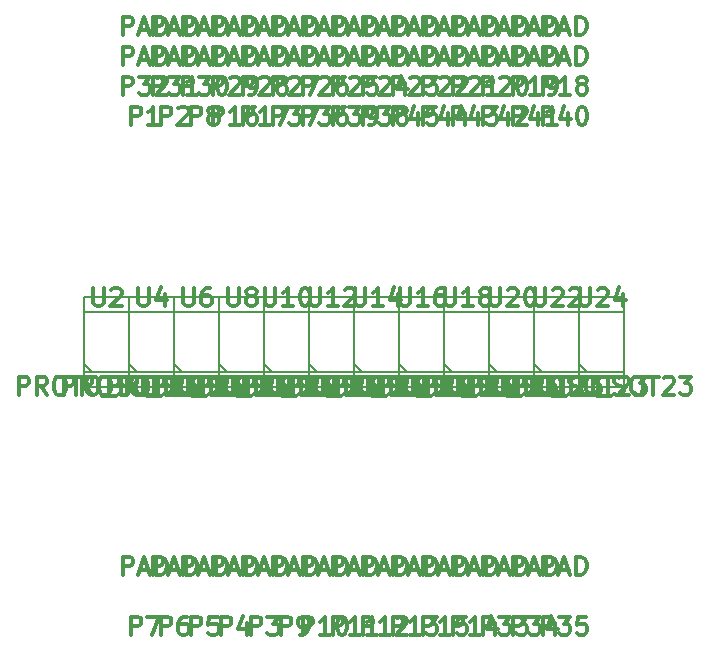
<source format=gto>
G04 (created by PCBNEW (2013-mar-13)-testing) date Thu 12 Dec 2013 10:03:58 PM CET*
%MOIN*%
G04 Gerber Fmt 3.4, Leading zero omitted, Abs format*
%FSLAX34Y34*%
G01*
G70*
G90*
G04 APERTURE LIST*
%ADD10C,0.005906*%
%ADD11C,0.007874*%
%ADD12C,0.012000*%
G04 APERTURE END LIST*
G54D10*
G54D11*
X51000Y-39000D02*
X50750Y-38750D01*
X51000Y-38500D02*
X50750Y-38250D01*
X52250Y-36500D02*
X52250Y-36000D01*
X52250Y-36000D02*
X50750Y-36000D01*
X50750Y-36000D02*
X50750Y-36500D01*
X50750Y-38500D02*
X50750Y-39000D01*
X50750Y-39000D02*
X52250Y-39000D01*
X52250Y-39000D02*
X52250Y-38500D01*
X52250Y-38500D02*
X50750Y-38500D01*
X50750Y-38500D02*
X50750Y-36500D01*
X50750Y-36500D02*
X52250Y-36500D01*
X52250Y-36500D02*
X52250Y-38500D01*
X58500Y-39000D02*
X58250Y-38750D01*
X58500Y-38500D02*
X58250Y-38250D01*
X59750Y-36500D02*
X59750Y-36000D01*
X59750Y-36000D02*
X58250Y-36000D01*
X58250Y-36000D02*
X58250Y-36500D01*
X58250Y-38500D02*
X58250Y-39000D01*
X58250Y-39000D02*
X59750Y-39000D01*
X59750Y-39000D02*
X59750Y-38500D01*
X59750Y-38500D02*
X58250Y-38500D01*
X58250Y-38500D02*
X58250Y-36500D01*
X58250Y-36500D02*
X59750Y-36500D01*
X59750Y-36500D02*
X59750Y-38500D01*
X57000Y-39000D02*
X56750Y-38750D01*
X57000Y-38500D02*
X56750Y-38250D01*
X58250Y-36500D02*
X58250Y-36000D01*
X58250Y-36000D02*
X56750Y-36000D01*
X56750Y-36000D02*
X56750Y-36500D01*
X56750Y-38500D02*
X56750Y-39000D01*
X56750Y-39000D02*
X58250Y-39000D01*
X58250Y-39000D02*
X58250Y-38500D01*
X58250Y-38500D02*
X56750Y-38500D01*
X56750Y-38500D02*
X56750Y-36500D01*
X56750Y-36500D02*
X58250Y-36500D01*
X58250Y-36500D02*
X58250Y-38500D01*
X60000Y-39000D02*
X59750Y-38750D01*
X60000Y-38500D02*
X59750Y-38250D01*
X61250Y-36500D02*
X61250Y-36000D01*
X61250Y-36000D02*
X59750Y-36000D01*
X59750Y-36000D02*
X59750Y-36500D01*
X59750Y-38500D02*
X59750Y-39000D01*
X59750Y-39000D02*
X61250Y-39000D01*
X61250Y-39000D02*
X61250Y-38500D01*
X61250Y-38500D02*
X59750Y-38500D01*
X59750Y-38500D02*
X59750Y-36500D01*
X59750Y-36500D02*
X61250Y-36500D01*
X61250Y-36500D02*
X61250Y-38500D01*
X52500Y-39000D02*
X52250Y-38750D01*
X52500Y-38500D02*
X52250Y-38250D01*
X53750Y-36500D02*
X53750Y-36000D01*
X53750Y-36000D02*
X52250Y-36000D01*
X52250Y-36000D02*
X52250Y-36500D01*
X52250Y-38500D02*
X52250Y-39000D01*
X52250Y-39000D02*
X53750Y-39000D01*
X53750Y-39000D02*
X53750Y-38500D01*
X53750Y-38500D02*
X52250Y-38500D01*
X52250Y-38500D02*
X52250Y-36500D01*
X52250Y-36500D02*
X53750Y-36500D01*
X53750Y-36500D02*
X53750Y-38500D01*
X61500Y-39000D02*
X61250Y-38750D01*
X61500Y-38500D02*
X61250Y-38250D01*
X62750Y-36500D02*
X62750Y-36000D01*
X62750Y-36000D02*
X61250Y-36000D01*
X61250Y-36000D02*
X61250Y-36500D01*
X61250Y-38500D02*
X61250Y-39000D01*
X61250Y-39000D02*
X62750Y-39000D01*
X62750Y-39000D02*
X62750Y-38500D01*
X62750Y-38500D02*
X61250Y-38500D01*
X61250Y-38500D02*
X61250Y-36500D01*
X61250Y-36500D02*
X62750Y-36500D01*
X62750Y-36500D02*
X62750Y-38500D01*
X63000Y-39000D02*
X62750Y-38750D01*
X63000Y-38500D02*
X62750Y-38250D01*
X64250Y-36500D02*
X64250Y-36000D01*
X64250Y-36000D02*
X62750Y-36000D01*
X62750Y-36000D02*
X62750Y-36500D01*
X62750Y-38500D02*
X62750Y-39000D01*
X62750Y-39000D02*
X64250Y-39000D01*
X64250Y-39000D02*
X64250Y-38500D01*
X64250Y-38500D02*
X62750Y-38500D01*
X62750Y-38500D02*
X62750Y-36500D01*
X62750Y-36500D02*
X64250Y-36500D01*
X64250Y-36500D02*
X64250Y-38500D01*
X55500Y-39000D02*
X55250Y-38750D01*
X55500Y-38500D02*
X55250Y-38250D01*
X56750Y-36500D02*
X56750Y-36000D01*
X56750Y-36000D02*
X55250Y-36000D01*
X55250Y-36000D02*
X55250Y-36500D01*
X55250Y-38500D02*
X55250Y-39000D01*
X55250Y-39000D02*
X56750Y-39000D01*
X56750Y-39000D02*
X56750Y-38500D01*
X56750Y-38500D02*
X55250Y-38500D01*
X55250Y-38500D02*
X55250Y-36500D01*
X55250Y-36500D02*
X56750Y-36500D01*
X56750Y-36500D02*
X56750Y-38500D01*
X64500Y-39000D02*
X64250Y-38750D01*
X64500Y-38500D02*
X64250Y-38250D01*
X65750Y-36500D02*
X65750Y-36000D01*
X65750Y-36000D02*
X64250Y-36000D01*
X64250Y-36000D02*
X64250Y-36500D01*
X64250Y-38500D02*
X64250Y-39000D01*
X64250Y-39000D02*
X65750Y-39000D01*
X65750Y-39000D02*
X65750Y-38500D01*
X65750Y-38500D02*
X64250Y-38500D01*
X64250Y-38500D02*
X64250Y-36500D01*
X64250Y-36500D02*
X65750Y-36500D01*
X65750Y-36500D02*
X65750Y-38500D01*
X66000Y-39000D02*
X65750Y-38750D01*
X66000Y-38500D02*
X65750Y-38250D01*
X67250Y-36500D02*
X67250Y-36000D01*
X67250Y-36000D02*
X65750Y-36000D01*
X65750Y-36000D02*
X65750Y-36500D01*
X65750Y-38500D02*
X65750Y-39000D01*
X65750Y-39000D02*
X67250Y-39000D01*
X67250Y-39000D02*
X67250Y-38500D01*
X67250Y-38500D02*
X65750Y-38500D01*
X65750Y-38500D02*
X65750Y-36500D01*
X65750Y-36500D02*
X67250Y-36500D01*
X67250Y-36500D02*
X67250Y-38500D01*
X54000Y-39000D02*
X53750Y-38750D01*
X54000Y-38500D02*
X53750Y-38250D01*
X55250Y-36500D02*
X55250Y-36000D01*
X55250Y-36000D02*
X53750Y-36000D01*
X53750Y-36000D02*
X53750Y-36500D01*
X53750Y-38500D02*
X53750Y-39000D01*
X53750Y-39000D02*
X55250Y-39000D01*
X55250Y-39000D02*
X55250Y-38500D01*
X55250Y-38500D02*
X53750Y-38500D01*
X53750Y-38500D02*
X53750Y-36500D01*
X53750Y-36500D02*
X55250Y-36500D01*
X55250Y-36500D02*
X55250Y-38500D01*
X67500Y-39000D02*
X67250Y-38750D01*
X67500Y-38500D02*
X67250Y-38250D01*
X68750Y-36500D02*
X68750Y-36000D01*
X68750Y-36000D02*
X67250Y-36000D01*
X67250Y-36000D02*
X67250Y-36500D01*
X67250Y-38500D02*
X67250Y-39000D01*
X67250Y-39000D02*
X68750Y-39000D01*
X68750Y-39000D02*
X68750Y-38500D01*
X68750Y-38500D02*
X67250Y-38500D01*
X67250Y-38500D02*
X67250Y-36500D01*
X67250Y-36500D02*
X68750Y-36500D01*
X68750Y-36500D02*
X68750Y-38500D01*
G54D12*
X51042Y-35714D02*
X51042Y-36200D01*
X51071Y-36257D01*
X51100Y-36285D01*
X51157Y-36314D01*
X51271Y-36314D01*
X51328Y-36285D01*
X51357Y-36257D01*
X51385Y-36200D01*
X51385Y-35714D01*
X51642Y-35771D02*
X51671Y-35743D01*
X51728Y-35714D01*
X51871Y-35714D01*
X51928Y-35743D01*
X51957Y-35771D01*
X51985Y-35828D01*
X51985Y-35885D01*
X51957Y-35971D01*
X51614Y-36314D01*
X51985Y-36314D01*
X48557Y-39267D02*
X48557Y-38667D01*
X48785Y-38667D01*
X48842Y-38696D01*
X48871Y-38724D01*
X48900Y-38781D01*
X48900Y-38867D01*
X48871Y-38924D01*
X48842Y-38953D01*
X48785Y-38981D01*
X48557Y-38981D01*
X49500Y-39267D02*
X49300Y-38981D01*
X49157Y-39267D02*
X49157Y-38667D01*
X49385Y-38667D01*
X49442Y-38696D01*
X49471Y-38724D01*
X49500Y-38781D01*
X49500Y-38867D01*
X49471Y-38924D01*
X49442Y-38953D01*
X49385Y-38981D01*
X49157Y-38981D01*
X49871Y-38667D02*
X49985Y-38667D01*
X50042Y-38696D01*
X50100Y-38753D01*
X50128Y-38867D01*
X50128Y-39067D01*
X50100Y-39181D01*
X50042Y-39238D01*
X49985Y-39267D01*
X49871Y-39267D01*
X49814Y-39238D01*
X49757Y-39181D01*
X49728Y-39067D01*
X49728Y-38867D01*
X49757Y-38753D01*
X49814Y-38696D01*
X49871Y-38667D01*
X50300Y-38667D02*
X50642Y-38667D01*
X50471Y-39267D02*
X50471Y-38667D01*
X50957Y-38667D02*
X51071Y-38667D01*
X51128Y-38696D01*
X51185Y-38753D01*
X51214Y-38867D01*
X51214Y-39067D01*
X51185Y-39181D01*
X51128Y-39238D01*
X51071Y-39267D01*
X50957Y-39267D01*
X50900Y-39238D01*
X50842Y-39181D01*
X50814Y-39067D01*
X50814Y-38867D01*
X50842Y-38753D01*
X50900Y-38696D01*
X50957Y-38667D01*
X51328Y-39324D02*
X51785Y-39324D01*
X51900Y-39238D02*
X51985Y-39267D01*
X52128Y-39267D01*
X52185Y-39238D01*
X52214Y-39210D01*
X52242Y-39153D01*
X52242Y-39096D01*
X52214Y-39038D01*
X52185Y-39010D01*
X52128Y-38981D01*
X52014Y-38953D01*
X51957Y-38924D01*
X51928Y-38896D01*
X51900Y-38838D01*
X51900Y-38781D01*
X51928Y-38724D01*
X51957Y-38696D01*
X52014Y-38667D01*
X52157Y-38667D01*
X52242Y-38696D01*
X52614Y-38667D02*
X52728Y-38667D01*
X52785Y-38696D01*
X52842Y-38753D01*
X52871Y-38867D01*
X52871Y-39067D01*
X52842Y-39181D01*
X52785Y-39238D01*
X52728Y-39267D01*
X52614Y-39267D01*
X52557Y-39238D01*
X52500Y-39181D01*
X52471Y-39067D01*
X52471Y-38867D01*
X52500Y-38753D01*
X52557Y-38696D01*
X52614Y-38667D01*
X53042Y-38667D02*
X53385Y-38667D01*
X53214Y-39267D02*
X53214Y-38667D01*
X53557Y-38724D02*
X53585Y-38696D01*
X53642Y-38667D01*
X53785Y-38667D01*
X53842Y-38696D01*
X53871Y-38724D01*
X53900Y-38781D01*
X53900Y-38838D01*
X53871Y-38924D01*
X53528Y-39267D01*
X53900Y-39267D01*
X54100Y-38667D02*
X54471Y-38667D01*
X54271Y-38896D01*
X54357Y-38896D01*
X54414Y-38924D01*
X54442Y-38953D01*
X54471Y-39010D01*
X54471Y-39153D01*
X54442Y-39210D01*
X54414Y-39238D01*
X54357Y-39267D01*
X54185Y-39267D01*
X54128Y-39238D01*
X54100Y-39210D01*
X59757Y-35714D02*
X59757Y-36200D01*
X59785Y-36257D01*
X59814Y-36285D01*
X59871Y-36314D01*
X59985Y-36314D01*
X60042Y-36285D01*
X60071Y-36257D01*
X60100Y-36200D01*
X60100Y-35714D01*
X60700Y-36314D02*
X60357Y-36314D01*
X60528Y-36314D02*
X60528Y-35714D01*
X60471Y-35800D01*
X60414Y-35857D01*
X60357Y-35885D01*
X61214Y-35914D02*
X61214Y-36314D01*
X61071Y-35685D02*
X60928Y-36114D01*
X61300Y-36114D01*
X57557Y-39267D02*
X57557Y-38667D01*
X57785Y-38667D01*
X57842Y-38696D01*
X57871Y-38724D01*
X57900Y-38781D01*
X57900Y-38867D01*
X57871Y-38924D01*
X57842Y-38953D01*
X57785Y-38981D01*
X57557Y-38981D01*
X58500Y-39267D02*
X58300Y-38981D01*
X58157Y-39267D02*
X58157Y-38667D01*
X58385Y-38667D01*
X58442Y-38696D01*
X58471Y-38724D01*
X58500Y-38781D01*
X58500Y-38867D01*
X58471Y-38924D01*
X58442Y-38953D01*
X58385Y-38981D01*
X58157Y-38981D01*
X58871Y-38667D02*
X58985Y-38667D01*
X59042Y-38696D01*
X59100Y-38753D01*
X59128Y-38867D01*
X59128Y-39067D01*
X59100Y-39181D01*
X59042Y-39238D01*
X58985Y-39267D01*
X58871Y-39267D01*
X58814Y-39238D01*
X58757Y-39181D01*
X58728Y-39067D01*
X58728Y-38867D01*
X58757Y-38753D01*
X58814Y-38696D01*
X58871Y-38667D01*
X59300Y-38667D02*
X59642Y-38667D01*
X59471Y-39267D02*
X59471Y-38667D01*
X59957Y-38667D02*
X60071Y-38667D01*
X60128Y-38696D01*
X60185Y-38753D01*
X60214Y-38867D01*
X60214Y-39067D01*
X60185Y-39181D01*
X60128Y-39238D01*
X60071Y-39267D01*
X59957Y-39267D01*
X59900Y-39238D01*
X59842Y-39181D01*
X59814Y-39067D01*
X59814Y-38867D01*
X59842Y-38753D01*
X59900Y-38696D01*
X59957Y-38667D01*
X60328Y-39324D02*
X60785Y-39324D01*
X60900Y-39238D02*
X60985Y-39267D01*
X61128Y-39267D01*
X61185Y-39238D01*
X61214Y-39210D01*
X61242Y-39153D01*
X61242Y-39096D01*
X61214Y-39038D01*
X61185Y-39010D01*
X61128Y-38981D01*
X61014Y-38953D01*
X60957Y-38924D01*
X60928Y-38896D01*
X60900Y-38838D01*
X60900Y-38781D01*
X60928Y-38724D01*
X60957Y-38696D01*
X61014Y-38667D01*
X61157Y-38667D01*
X61242Y-38696D01*
X61614Y-38667D02*
X61728Y-38667D01*
X61785Y-38696D01*
X61842Y-38753D01*
X61871Y-38867D01*
X61871Y-39067D01*
X61842Y-39181D01*
X61785Y-39238D01*
X61728Y-39267D01*
X61614Y-39267D01*
X61557Y-39238D01*
X61500Y-39181D01*
X61471Y-39067D01*
X61471Y-38867D01*
X61500Y-38753D01*
X61557Y-38696D01*
X61614Y-38667D01*
X62042Y-38667D02*
X62385Y-38667D01*
X62214Y-39267D02*
X62214Y-38667D01*
X62557Y-38724D02*
X62585Y-38696D01*
X62642Y-38667D01*
X62785Y-38667D01*
X62842Y-38696D01*
X62871Y-38724D01*
X62900Y-38781D01*
X62900Y-38838D01*
X62871Y-38924D01*
X62528Y-39267D01*
X62900Y-39267D01*
X63100Y-38667D02*
X63471Y-38667D01*
X63271Y-38896D01*
X63357Y-38896D01*
X63414Y-38924D01*
X63442Y-38953D01*
X63471Y-39010D01*
X63471Y-39153D01*
X63442Y-39210D01*
X63414Y-39238D01*
X63357Y-39267D01*
X63185Y-39267D01*
X63128Y-39238D01*
X63100Y-39210D01*
X67257Y-35714D02*
X67257Y-36200D01*
X67285Y-36257D01*
X67314Y-36285D01*
X67371Y-36314D01*
X67485Y-36314D01*
X67542Y-36285D01*
X67571Y-36257D01*
X67600Y-36200D01*
X67600Y-35714D01*
X67857Y-35771D02*
X67885Y-35743D01*
X67942Y-35714D01*
X68085Y-35714D01*
X68142Y-35743D01*
X68171Y-35771D01*
X68200Y-35828D01*
X68200Y-35885D01*
X68171Y-35971D01*
X67828Y-36314D01*
X68200Y-36314D01*
X68714Y-35914D02*
X68714Y-36314D01*
X68571Y-35685D02*
X68428Y-36114D01*
X68800Y-36114D01*
X65057Y-39267D02*
X65057Y-38667D01*
X65285Y-38667D01*
X65342Y-38696D01*
X65371Y-38724D01*
X65400Y-38781D01*
X65400Y-38867D01*
X65371Y-38924D01*
X65342Y-38953D01*
X65285Y-38981D01*
X65057Y-38981D01*
X66000Y-39267D02*
X65800Y-38981D01*
X65657Y-39267D02*
X65657Y-38667D01*
X65885Y-38667D01*
X65942Y-38696D01*
X65971Y-38724D01*
X66000Y-38781D01*
X66000Y-38867D01*
X65971Y-38924D01*
X65942Y-38953D01*
X65885Y-38981D01*
X65657Y-38981D01*
X66371Y-38667D02*
X66485Y-38667D01*
X66542Y-38696D01*
X66600Y-38753D01*
X66628Y-38867D01*
X66628Y-39067D01*
X66600Y-39181D01*
X66542Y-39238D01*
X66485Y-39267D01*
X66371Y-39267D01*
X66314Y-39238D01*
X66257Y-39181D01*
X66228Y-39067D01*
X66228Y-38867D01*
X66257Y-38753D01*
X66314Y-38696D01*
X66371Y-38667D01*
X66800Y-38667D02*
X67142Y-38667D01*
X66971Y-39267D02*
X66971Y-38667D01*
X67457Y-38667D02*
X67571Y-38667D01*
X67628Y-38696D01*
X67685Y-38753D01*
X67714Y-38867D01*
X67714Y-39067D01*
X67685Y-39181D01*
X67628Y-39238D01*
X67571Y-39267D01*
X67457Y-39267D01*
X67400Y-39238D01*
X67342Y-39181D01*
X67314Y-39067D01*
X67314Y-38867D01*
X67342Y-38753D01*
X67400Y-38696D01*
X67457Y-38667D01*
X67828Y-39324D02*
X68285Y-39324D01*
X68400Y-39238D02*
X68485Y-39267D01*
X68628Y-39267D01*
X68685Y-39238D01*
X68714Y-39210D01*
X68742Y-39153D01*
X68742Y-39096D01*
X68714Y-39038D01*
X68685Y-39010D01*
X68628Y-38981D01*
X68514Y-38953D01*
X68457Y-38924D01*
X68428Y-38896D01*
X68400Y-38838D01*
X68400Y-38781D01*
X68428Y-38724D01*
X68457Y-38696D01*
X68514Y-38667D01*
X68657Y-38667D01*
X68742Y-38696D01*
X69114Y-38667D02*
X69228Y-38667D01*
X69285Y-38696D01*
X69342Y-38753D01*
X69371Y-38867D01*
X69371Y-39067D01*
X69342Y-39181D01*
X69285Y-39238D01*
X69228Y-39267D01*
X69114Y-39267D01*
X69057Y-39238D01*
X69000Y-39181D01*
X68971Y-39067D01*
X68971Y-38867D01*
X69000Y-38753D01*
X69057Y-38696D01*
X69114Y-38667D01*
X69542Y-38667D02*
X69885Y-38667D01*
X69714Y-39267D02*
X69714Y-38667D01*
X70057Y-38724D02*
X70085Y-38696D01*
X70142Y-38667D01*
X70285Y-38667D01*
X70342Y-38696D01*
X70371Y-38724D01*
X70400Y-38781D01*
X70400Y-38838D01*
X70371Y-38924D01*
X70028Y-39267D01*
X70400Y-39267D01*
X70600Y-38667D02*
X70971Y-38667D01*
X70771Y-38896D01*
X70857Y-38896D01*
X70914Y-38924D01*
X70942Y-38953D01*
X70971Y-39010D01*
X70971Y-39153D01*
X70942Y-39210D01*
X70914Y-39238D01*
X70857Y-39267D01*
X70685Y-39267D01*
X70628Y-39238D01*
X70600Y-39210D01*
X65757Y-35714D02*
X65757Y-36200D01*
X65785Y-36257D01*
X65814Y-36285D01*
X65871Y-36314D01*
X65985Y-36314D01*
X66042Y-36285D01*
X66071Y-36257D01*
X66100Y-36200D01*
X66100Y-35714D01*
X66357Y-35771D02*
X66385Y-35743D01*
X66442Y-35714D01*
X66585Y-35714D01*
X66642Y-35743D01*
X66671Y-35771D01*
X66700Y-35828D01*
X66700Y-35885D01*
X66671Y-35971D01*
X66328Y-36314D01*
X66700Y-36314D01*
X66928Y-35771D02*
X66957Y-35743D01*
X67014Y-35714D01*
X67157Y-35714D01*
X67214Y-35743D01*
X67242Y-35771D01*
X67271Y-35828D01*
X67271Y-35885D01*
X67242Y-35971D01*
X66900Y-36314D01*
X67271Y-36314D01*
X63557Y-39267D02*
X63557Y-38667D01*
X63785Y-38667D01*
X63842Y-38696D01*
X63871Y-38724D01*
X63900Y-38781D01*
X63900Y-38867D01*
X63871Y-38924D01*
X63842Y-38953D01*
X63785Y-38981D01*
X63557Y-38981D01*
X64500Y-39267D02*
X64300Y-38981D01*
X64157Y-39267D02*
X64157Y-38667D01*
X64385Y-38667D01*
X64442Y-38696D01*
X64471Y-38724D01*
X64500Y-38781D01*
X64500Y-38867D01*
X64471Y-38924D01*
X64442Y-38953D01*
X64385Y-38981D01*
X64157Y-38981D01*
X64871Y-38667D02*
X64985Y-38667D01*
X65042Y-38696D01*
X65100Y-38753D01*
X65128Y-38867D01*
X65128Y-39067D01*
X65100Y-39181D01*
X65042Y-39238D01*
X64985Y-39267D01*
X64871Y-39267D01*
X64814Y-39238D01*
X64757Y-39181D01*
X64728Y-39067D01*
X64728Y-38867D01*
X64757Y-38753D01*
X64814Y-38696D01*
X64871Y-38667D01*
X65300Y-38667D02*
X65642Y-38667D01*
X65471Y-39267D02*
X65471Y-38667D01*
X65957Y-38667D02*
X66071Y-38667D01*
X66128Y-38696D01*
X66185Y-38753D01*
X66214Y-38867D01*
X66214Y-39067D01*
X66185Y-39181D01*
X66128Y-39238D01*
X66071Y-39267D01*
X65957Y-39267D01*
X65900Y-39238D01*
X65842Y-39181D01*
X65814Y-39067D01*
X65814Y-38867D01*
X65842Y-38753D01*
X65900Y-38696D01*
X65957Y-38667D01*
X66328Y-39324D02*
X66785Y-39324D01*
X66900Y-39238D02*
X66985Y-39267D01*
X67128Y-39267D01*
X67185Y-39238D01*
X67214Y-39210D01*
X67242Y-39153D01*
X67242Y-39096D01*
X67214Y-39038D01*
X67185Y-39010D01*
X67128Y-38981D01*
X67014Y-38953D01*
X66957Y-38924D01*
X66928Y-38896D01*
X66900Y-38838D01*
X66900Y-38781D01*
X66928Y-38724D01*
X66957Y-38696D01*
X67014Y-38667D01*
X67157Y-38667D01*
X67242Y-38696D01*
X67614Y-38667D02*
X67728Y-38667D01*
X67785Y-38696D01*
X67842Y-38753D01*
X67871Y-38867D01*
X67871Y-39067D01*
X67842Y-39181D01*
X67785Y-39238D01*
X67728Y-39267D01*
X67614Y-39267D01*
X67557Y-39238D01*
X67500Y-39181D01*
X67471Y-39067D01*
X67471Y-38867D01*
X67500Y-38753D01*
X67557Y-38696D01*
X67614Y-38667D01*
X68042Y-38667D02*
X68385Y-38667D01*
X68214Y-39267D02*
X68214Y-38667D01*
X68557Y-38724D02*
X68585Y-38696D01*
X68642Y-38667D01*
X68785Y-38667D01*
X68842Y-38696D01*
X68871Y-38724D01*
X68900Y-38781D01*
X68900Y-38838D01*
X68871Y-38924D01*
X68528Y-39267D01*
X68900Y-39267D01*
X69100Y-38667D02*
X69471Y-38667D01*
X69271Y-38896D01*
X69357Y-38896D01*
X69414Y-38924D01*
X69442Y-38953D01*
X69471Y-39010D01*
X69471Y-39153D01*
X69442Y-39210D01*
X69414Y-39238D01*
X69357Y-39267D01*
X69185Y-39267D01*
X69128Y-39238D01*
X69100Y-39210D01*
X64257Y-35714D02*
X64257Y-36200D01*
X64285Y-36257D01*
X64314Y-36285D01*
X64371Y-36314D01*
X64485Y-36314D01*
X64542Y-36285D01*
X64571Y-36257D01*
X64600Y-36200D01*
X64600Y-35714D01*
X64857Y-35771D02*
X64885Y-35743D01*
X64942Y-35714D01*
X65085Y-35714D01*
X65142Y-35743D01*
X65171Y-35771D01*
X65200Y-35828D01*
X65200Y-35885D01*
X65171Y-35971D01*
X64828Y-36314D01*
X65200Y-36314D01*
X65571Y-35714D02*
X65628Y-35714D01*
X65685Y-35743D01*
X65714Y-35771D01*
X65742Y-35828D01*
X65771Y-35943D01*
X65771Y-36085D01*
X65742Y-36200D01*
X65714Y-36257D01*
X65685Y-36285D01*
X65628Y-36314D01*
X65571Y-36314D01*
X65514Y-36285D01*
X65485Y-36257D01*
X65457Y-36200D01*
X65428Y-36085D01*
X65428Y-35943D01*
X65457Y-35828D01*
X65485Y-35771D01*
X65514Y-35743D01*
X65571Y-35714D01*
X62057Y-39267D02*
X62057Y-38667D01*
X62285Y-38667D01*
X62342Y-38696D01*
X62371Y-38724D01*
X62400Y-38781D01*
X62400Y-38867D01*
X62371Y-38924D01*
X62342Y-38953D01*
X62285Y-38981D01*
X62057Y-38981D01*
X63000Y-39267D02*
X62800Y-38981D01*
X62657Y-39267D02*
X62657Y-38667D01*
X62885Y-38667D01*
X62942Y-38696D01*
X62971Y-38724D01*
X63000Y-38781D01*
X63000Y-38867D01*
X62971Y-38924D01*
X62942Y-38953D01*
X62885Y-38981D01*
X62657Y-38981D01*
X63371Y-38667D02*
X63485Y-38667D01*
X63542Y-38696D01*
X63600Y-38753D01*
X63628Y-38867D01*
X63628Y-39067D01*
X63600Y-39181D01*
X63542Y-39238D01*
X63485Y-39267D01*
X63371Y-39267D01*
X63314Y-39238D01*
X63257Y-39181D01*
X63228Y-39067D01*
X63228Y-38867D01*
X63257Y-38753D01*
X63314Y-38696D01*
X63371Y-38667D01*
X63800Y-38667D02*
X64142Y-38667D01*
X63971Y-39267D02*
X63971Y-38667D01*
X64457Y-38667D02*
X64571Y-38667D01*
X64628Y-38696D01*
X64685Y-38753D01*
X64714Y-38867D01*
X64714Y-39067D01*
X64685Y-39181D01*
X64628Y-39238D01*
X64571Y-39267D01*
X64457Y-39267D01*
X64400Y-39238D01*
X64342Y-39181D01*
X64314Y-39067D01*
X64314Y-38867D01*
X64342Y-38753D01*
X64400Y-38696D01*
X64457Y-38667D01*
X64828Y-39324D02*
X65285Y-39324D01*
X65400Y-39238D02*
X65485Y-39267D01*
X65628Y-39267D01*
X65685Y-39238D01*
X65714Y-39210D01*
X65742Y-39153D01*
X65742Y-39096D01*
X65714Y-39038D01*
X65685Y-39010D01*
X65628Y-38981D01*
X65514Y-38953D01*
X65457Y-38924D01*
X65428Y-38896D01*
X65400Y-38838D01*
X65400Y-38781D01*
X65428Y-38724D01*
X65457Y-38696D01*
X65514Y-38667D01*
X65657Y-38667D01*
X65742Y-38696D01*
X66114Y-38667D02*
X66228Y-38667D01*
X66285Y-38696D01*
X66342Y-38753D01*
X66371Y-38867D01*
X66371Y-39067D01*
X66342Y-39181D01*
X66285Y-39238D01*
X66228Y-39267D01*
X66114Y-39267D01*
X66057Y-39238D01*
X66000Y-39181D01*
X65971Y-39067D01*
X65971Y-38867D01*
X66000Y-38753D01*
X66057Y-38696D01*
X66114Y-38667D01*
X66542Y-38667D02*
X66885Y-38667D01*
X66714Y-39267D02*
X66714Y-38667D01*
X67057Y-38724D02*
X67085Y-38696D01*
X67142Y-38667D01*
X67285Y-38667D01*
X67342Y-38696D01*
X67371Y-38724D01*
X67400Y-38781D01*
X67400Y-38838D01*
X67371Y-38924D01*
X67028Y-39267D01*
X67400Y-39267D01*
X67600Y-38667D02*
X67971Y-38667D01*
X67771Y-38896D01*
X67857Y-38896D01*
X67914Y-38924D01*
X67942Y-38953D01*
X67971Y-39010D01*
X67971Y-39153D01*
X67942Y-39210D01*
X67914Y-39238D01*
X67857Y-39267D01*
X67685Y-39267D01*
X67628Y-39238D01*
X67600Y-39210D01*
X62757Y-35714D02*
X62757Y-36200D01*
X62785Y-36257D01*
X62814Y-36285D01*
X62871Y-36314D01*
X62985Y-36314D01*
X63042Y-36285D01*
X63071Y-36257D01*
X63100Y-36200D01*
X63100Y-35714D01*
X63700Y-36314D02*
X63357Y-36314D01*
X63528Y-36314D02*
X63528Y-35714D01*
X63471Y-35800D01*
X63414Y-35857D01*
X63357Y-35885D01*
X64042Y-35971D02*
X63985Y-35943D01*
X63957Y-35914D01*
X63928Y-35857D01*
X63928Y-35828D01*
X63957Y-35771D01*
X63985Y-35743D01*
X64042Y-35714D01*
X64157Y-35714D01*
X64214Y-35743D01*
X64242Y-35771D01*
X64271Y-35828D01*
X64271Y-35857D01*
X64242Y-35914D01*
X64214Y-35943D01*
X64157Y-35971D01*
X64042Y-35971D01*
X63985Y-36000D01*
X63957Y-36028D01*
X63928Y-36085D01*
X63928Y-36200D01*
X63957Y-36257D01*
X63985Y-36285D01*
X64042Y-36314D01*
X64157Y-36314D01*
X64214Y-36285D01*
X64242Y-36257D01*
X64271Y-36200D01*
X64271Y-36085D01*
X64242Y-36028D01*
X64214Y-36000D01*
X64157Y-35971D01*
X60557Y-39267D02*
X60557Y-38667D01*
X60785Y-38667D01*
X60842Y-38696D01*
X60871Y-38724D01*
X60900Y-38781D01*
X60900Y-38867D01*
X60871Y-38924D01*
X60842Y-38953D01*
X60785Y-38981D01*
X60557Y-38981D01*
X61500Y-39267D02*
X61300Y-38981D01*
X61157Y-39267D02*
X61157Y-38667D01*
X61385Y-38667D01*
X61442Y-38696D01*
X61471Y-38724D01*
X61500Y-38781D01*
X61500Y-38867D01*
X61471Y-38924D01*
X61442Y-38953D01*
X61385Y-38981D01*
X61157Y-38981D01*
X61871Y-38667D02*
X61985Y-38667D01*
X62042Y-38696D01*
X62100Y-38753D01*
X62128Y-38867D01*
X62128Y-39067D01*
X62100Y-39181D01*
X62042Y-39238D01*
X61985Y-39267D01*
X61871Y-39267D01*
X61814Y-39238D01*
X61757Y-39181D01*
X61728Y-39067D01*
X61728Y-38867D01*
X61757Y-38753D01*
X61814Y-38696D01*
X61871Y-38667D01*
X62300Y-38667D02*
X62642Y-38667D01*
X62471Y-39267D02*
X62471Y-38667D01*
X62957Y-38667D02*
X63071Y-38667D01*
X63128Y-38696D01*
X63185Y-38753D01*
X63214Y-38867D01*
X63214Y-39067D01*
X63185Y-39181D01*
X63128Y-39238D01*
X63071Y-39267D01*
X62957Y-39267D01*
X62900Y-39238D01*
X62842Y-39181D01*
X62814Y-39067D01*
X62814Y-38867D01*
X62842Y-38753D01*
X62900Y-38696D01*
X62957Y-38667D01*
X63328Y-39324D02*
X63785Y-39324D01*
X63900Y-39238D02*
X63985Y-39267D01*
X64128Y-39267D01*
X64185Y-39238D01*
X64214Y-39210D01*
X64242Y-39153D01*
X64242Y-39096D01*
X64214Y-39038D01*
X64185Y-39010D01*
X64128Y-38981D01*
X64014Y-38953D01*
X63957Y-38924D01*
X63928Y-38896D01*
X63900Y-38838D01*
X63900Y-38781D01*
X63928Y-38724D01*
X63957Y-38696D01*
X64014Y-38667D01*
X64157Y-38667D01*
X64242Y-38696D01*
X64614Y-38667D02*
X64728Y-38667D01*
X64785Y-38696D01*
X64842Y-38753D01*
X64871Y-38867D01*
X64871Y-39067D01*
X64842Y-39181D01*
X64785Y-39238D01*
X64728Y-39267D01*
X64614Y-39267D01*
X64557Y-39238D01*
X64500Y-39181D01*
X64471Y-39067D01*
X64471Y-38867D01*
X64500Y-38753D01*
X64557Y-38696D01*
X64614Y-38667D01*
X65042Y-38667D02*
X65385Y-38667D01*
X65214Y-39267D02*
X65214Y-38667D01*
X65557Y-38724D02*
X65585Y-38696D01*
X65642Y-38667D01*
X65785Y-38667D01*
X65842Y-38696D01*
X65871Y-38724D01*
X65900Y-38781D01*
X65900Y-38838D01*
X65871Y-38924D01*
X65528Y-39267D01*
X65900Y-39267D01*
X66100Y-38667D02*
X66471Y-38667D01*
X66271Y-38896D01*
X66357Y-38896D01*
X66414Y-38924D01*
X66442Y-38953D01*
X66471Y-39010D01*
X66471Y-39153D01*
X66442Y-39210D01*
X66414Y-39238D01*
X66357Y-39267D01*
X66185Y-39267D01*
X66128Y-39238D01*
X66100Y-39210D01*
X61257Y-35714D02*
X61257Y-36200D01*
X61285Y-36257D01*
X61314Y-36285D01*
X61371Y-36314D01*
X61485Y-36314D01*
X61542Y-36285D01*
X61571Y-36257D01*
X61600Y-36200D01*
X61600Y-35714D01*
X62200Y-36314D02*
X61857Y-36314D01*
X62028Y-36314D02*
X62028Y-35714D01*
X61971Y-35800D01*
X61914Y-35857D01*
X61857Y-35885D01*
X62714Y-35714D02*
X62600Y-35714D01*
X62542Y-35743D01*
X62514Y-35771D01*
X62457Y-35857D01*
X62428Y-35971D01*
X62428Y-36200D01*
X62457Y-36257D01*
X62485Y-36285D01*
X62542Y-36314D01*
X62657Y-36314D01*
X62714Y-36285D01*
X62742Y-36257D01*
X62771Y-36200D01*
X62771Y-36057D01*
X62742Y-36000D01*
X62714Y-35971D01*
X62657Y-35943D01*
X62542Y-35943D01*
X62485Y-35971D01*
X62457Y-36000D01*
X62428Y-36057D01*
X59057Y-39267D02*
X59057Y-38667D01*
X59285Y-38667D01*
X59342Y-38696D01*
X59371Y-38724D01*
X59400Y-38781D01*
X59400Y-38867D01*
X59371Y-38924D01*
X59342Y-38953D01*
X59285Y-38981D01*
X59057Y-38981D01*
X60000Y-39267D02*
X59800Y-38981D01*
X59657Y-39267D02*
X59657Y-38667D01*
X59885Y-38667D01*
X59942Y-38696D01*
X59971Y-38724D01*
X60000Y-38781D01*
X60000Y-38867D01*
X59971Y-38924D01*
X59942Y-38953D01*
X59885Y-38981D01*
X59657Y-38981D01*
X60371Y-38667D02*
X60485Y-38667D01*
X60542Y-38696D01*
X60600Y-38753D01*
X60628Y-38867D01*
X60628Y-39067D01*
X60600Y-39181D01*
X60542Y-39238D01*
X60485Y-39267D01*
X60371Y-39267D01*
X60314Y-39238D01*
X60257Y-39181D01*
X60228Y-39067D01*
X60228Y-38867D01*
X60257Y-38753D01*
X60314Y-38696D01*
X60371Y-38667D01*
X60800Y-38667D02*
X61142Y-38667D01*
X60971Y-39267D02*
X60971Y-38667D01*
X61457Y-38667D02*
X61571Y-38667D01*
X61628Y-38696D01*
X61685Y-38753D01*
X61714Y-38867D01*
X61714Y-39067D01*
X61685Y-39181D01*
X61628Y-39238D01*
X61571Y-39267D01*
X61457Y-39267D01*
X61400Y-39238D01*
X61342Y-39181D01*
X61314Y-39067D01*
X61314Y-38867D01*
X61342Y-38753D01*
X61400Y-38696D01*
X61457Y-38667D01*
X61828Y-39324D02*
X62285Y-39324D01*
X62400Y-39238D02*
X62485Y-39267D01*
X62628Y-39267D01*
X62685Y-39238D01*
X62714Y-39210D01*
X62742Y-39153D01*
X62742Y-39096D01*
X62714Y-39038D01*
X62685Y-39010D01*
X62628Y-38981D01*
X62514Y-38953D01*
X62457Y-38924D01*
X62428Y-38896D01*
X62400Y-38838D01*
X62400Y-38781D01*
X62428Y-38724D01*
X62457Y-38696D01*
X62514Y-38667D01*
X62657Y-38667D01*
X62742Y-38696D01*
X63114Y-38667D02*
X63228Y-38667D01*
X63285Y-38696D01*
X63342Y-38753D01*
X63371Y-38867D01*
X63371Y-39067D01*
X63342Y-39181D01*
X63285Y-39238D01*
X63228Y-39267D01*
X63114Y-39267D01*
X63057Y-39238D01*
X63000Y-39181D01*
X62971Y-39067D01*
X62971Y-38867D01*
X63000Y-38753D01*
X63057Y-38696D01*
X63114Y-38667D01*
X63542Y-38667D02*
X63885Y-38667D01*
X63714Y-39267D02*
X63714Y-38667D01*
X64057Y-38724D02*
X64085Y-38696D01*
X64142Y-38667D01*
X64285Y-38667D01*
X64342Y-38696D01*
X64371Y-38724D01*
X64400Y-38781D01*
X64400Y-38838D01*
X64371Y-38924D01*
X64028Y-39267D01*
X64400Y-39267D01*
X64600Y-38667D02*
X64971Y-38667D01*
X64771Y-38896D01*
X64857Y-38896D01*
X64914Y-38924D01*
X64942Y-38953D01*
X64971Y-39010D01*
X64971Y-39153D01*
X64942Y-39210D01*
X64914Y-39238D01*
X64857Y-39267D01*
X64685Y-39267D01*
X64628Y-39238D01*
X64600Y-39210D01*
X58257Y-35714D02*
X58257Y-36200D01*
X58285Y-36257D01*
X58314Y-36285D01*
X58371Y-36314D01*
X58485Y-36314D01*
X58542Y-36285D01*
X58571Y-36257D01*
X58600Y-36200D01*
X58600Y-35714D01*
X59200Y-36314D02*
X58857Y-36314D01*
X59028Y-36314D02*
X59028Y-35714D01*
X58971Y-35800D01*
X58914Y-35857D01*
X58857Y-35885D01*
X59428Y-35771D02*
X59457Y-35743D01*
X59514Y-35714D01*
X59657Y-35714D01*
X59714Y-35743D01*
X59742Y-35771D01*
X59771Y-35828D01*
X59771Y-35885D01*
X59742Y-35971D01*
X59400Y-36314D01*
X59771Y-36314D01*
X56057Y-39267D02*
X56057Y-38667D01*
X56285Y-38667D01*
X56342Y-38696D01*
X56371Y-38724D01*
X56400Y-38781D01*
X56400Y-38867D01*
X56371Y-38924D01*
X56342Y-38953D01*
X56285Y-38981D01*
X56057Y-38981D01*
X57000Y-39267D02*
X56800Y-38981D01*
X56657Y-39267D02*
X56657Y-38667D01*
X56885Y-38667D01*
X56942Y-38696D01*
X56971Y-38724D01*
X57000Y-38781D01*
X57000Y-38867D01*
X56971Y-38924D01*
X56942Y-38953D01*
X56885Y-38981D01*
X56657Y-38981D01*
X57371Y-38667D02*
X57485Y-38667D01*
X57542Y-38696D01*
X57600Y-38753D01*
X57628Y-38867D01*
X57628Y-39067D01*
X57600Y-39181D01*
X57542Y-39238D01*
X57485Y-39267D01*
X57371Y-39267D01*
X57314Y-39238D01*
X57257Y-39181D01*
X57228Y-39067D01*
X57228Y-38867D01*
X57257Y-38753D01*
X57314Y-38696D01*
X57371Y-38667D01*
X57800Y-38667D02*
X58142Y-38667D01*
X57971Y-39267D02*
X57971Y-38667D01*
X58457Y-38667D02*
X58571Y-38667D01*
X58628Y-38696D01*
X58685Y-38753D01*
X58714Y-38867D01*
X58714Y-39067D01*
X58685Y-39181D01*
X58628Y-39238D01*
X58571Y-39267D01*
X58457Y-39267D01*
X58400Y-39238D01*
X58342Y-39181D01*
X58314Y-39067D01*
X58314Y-38867D01*
X58342Y-38753D01*
X58400Y-38696D01*
X58457Y-38667D01*
X58828Y-39324D02*
X59285Y-39324D01*
X59400Y-39238D02*
X59485Y-39267D01*
X59628Y-39267D01*
X59685Y-39238D01*
X59714Y-39210D01*
X59742Y-39153D01*
X59742Y-39096D01*
X59714Y-39038D01*
X59685Y-39010D01*
X59628Y-38981D01*
X59514Y-38953D01*
X59457Y-38924D01*
X59428Y-38896D01*
X59400Y-38838D01*
X59400Y-38781D01*
X59428Y-38724D01*
X59457Y-38696D01*
X59514Y-38667D01*
X59657Y-38667D01*
X59742Y-38696D01*
X60114Y-38667D02*
X60228Y-38667D01*
X60285Y-38696D01*
X60342Y-38753D01*
X60371Y-38867D01*
X60371Y-39067D01*
X60342Y-39181D01*
X60285Y-39238D01*
X60228Y-39267D01*
X60114Y-39267D01*
X60057Y-39238D01*
X60000Y-39181D01*
X59971Y-39067D01*
X59971Y-38867D01*
X60000Y-38753D01*
X60057Y-38696D01*
X60114Y-38667D01*
X60542Y-38667D02*
X60885Y-38667D01*
X60714Y-39267D02*
X60714Y-38667D01*
X61057Y-38724D02*
X61085Y-38696D01*
X61142Y-38667D01*
X61285Y-38667D01*
X61342Y-38696D01*
X61371Y-38724D01*
X61400Y-38781D01*
X61400Y-38838D01*
X61371Y-38924D01*
X61028Y-39267D01*
X61400Y-39267D01*
X61600Y-38667D02*
X61971Y-38667D01*
X61771Y-38896D01*
X61857Y-38896D01*
X61914Y-38924D01*
X61942Y-38953D01*
X61971Y-39010D01*
X61971Y-39153D01*
X61942Y-39210D01*
X61914Y-39238D01*
X61857Y-39267D01*
X61685Y-39267D01*
X61628Y-39238D01*
X61600Y-39210D01*
X56757Y-35714D02*
X56757Y-36200D01*
X56785Y-36257D01*
X56814Y-36285D01*
X56871Y-36314D01*
X56985Y-36314D01*
X57042Y-36285D01*
X57071Y-36257D01*
X57100Y-36200D01*
X57100Y-35714D01*
X57700Y-36314D02*
X57357Y-36314D01*
X57528Y-36314D02*
X57528Y-35714D01*
X57471Y-35800D01*
X57414Y-35857D01*
X57357Y-35885D01*
X58071Y-35714D02*
X58128Y-35714D01*
X58185Y-35743D01*
X58214Y-35771D01*
X58242Y-35828D01*
X58271Y-35943D01*
X58271Y-36085D01*
X58242Y-36200D01*
X58214Y-36257D01*
X58185Y-36285D01*
X58128Y-36314D01*
X58071Y-36314D01*
X58014Y-36285D01*
X57985Y-36257D01*
X57957Y-36200D01*
X57928Y-36085D01*
X57928Y-35943D01*
X57957Y-35828D01*
X57985Y-35771D01*
X58014Y-35743D01*
X58071Y-35714D01*
X54557Y-39267D02*
X54557Y-38667D01*
X54785Y-38667D01*
X54842Y-38696D01*
X54871Y-38724D01*
X54900Y-38781D01*
X54900Y-38867D01*
X54871Y-38924D01*
X54842Y-38953D01*
X54785Y-38981D01*
X54557Y-38981D01*
X55500Y-39267D02*
X55300Y-38981D01*
X55157Y-39267D02*
X55157Y-38667D01*
X55385Y-38667D01*
X55442Y-38696D01*
X55471Y-38724D01*
X55500Y-38781D01*
X55500Y-38867D01*
X55471Y-38924D01*
X55442Y-38953D01*
X55385Y-38981D01*
X55157Y-38981D01*
X55871Y-38667D02*
X55985Y-38667D01*
X56042Y-38696D01*
X56100Y-38753D01*
X56128Y-38867D01*
X56128Y-39067D01*
X56100Y-39181D01*
X56042Y-39238D01*
X55985Y-39267D01*
X55871Y-39267D01*
X55814Y-39238D01*
X55757Y-39181D01*
X55728Y-39067D01*
X55728Y-38867D01*
X55757Y-38753D01*
X55814Y-38696D01*
X55871Y-38667D01*
X56300Y-38667D02*
X56642Y-38667D01*
X56471Y-39267D02*
X56471Y-38667D01*
X56957Y-38667D02*
X57071Y-38667D01*
X57128Y-38696D01*
X57185Y-38753D01*
X57214Y-38867D01*
X57214Y-39067D01*
X57185Y-39181D01*
X57128Y-39238D01*
X57071Y-39267D01*
X56957Y-39267D01*
X56900Y-39238D01*
X56842Y-39181D01*
X56814Y-39067D01*
X56814Y-38867D01*
X56842Y-38753D01*
X56900Y-38696D01*
X56957Y-38667D01*
X57328Y-39324D02*
X57785Y-39324D01*
X57900Y-39238D02*
X57985Y-39267D01*
X58128Y-39267D01*
X58185Y-39238D01*
X58214Y-39210D01*
X58242Y-39153D01*
X58242Y-39096D01*
X58214Y-39038D01*
X58185Y-39010D01*
X58128Y-38981D01*
X58014Y-38953D01*
X57957Y-38924D01*
X57928Y-38896D01*
X57900Y-38838D01*
X57900Y-38781D01*
X57928Y-38724D01*
X57957Y-38696D01*
X58014Y-38667D01*
X58157Y-38667D01*
X58242Y-38696D01*
X58614Y-38667D02*
X58728Y-38667D01*
X58785Y-38696D01*
X58842Y-38753D01*
X58871Y-38867D01*
X58871Y-39067D01*
X58842Y-39181D01*
X58785Y-39238D01*
X58728Y-39267D01*
X58614Y-39267D01*
X58557Y-39238D01*
X58500Y-39181D01*
X58471Y-39067D01*
X58471Y-38867D01*
X58500Y-38753D01*
X58557Y-38696D01*
X58614Y-38667D01*
X59042Y-38667D02*
X59385Y-38667D01*
X59214Y-39267D02*
X59214Y-38667D01*
X59557Y-38724D02*
X59585Y-38696D01*
X59642Y-38667D01*
X59785Y-38667D01*
X59842Y-38696D01*
X59871Y-38724D01*
X59900Y-38781D01*
X59900Y-38838D01*
X59871Y-38924D01*
X59528Y-39267D01*
X59900Y-39267D01*
X60100Y-38667D02*
X60471Y-38667D01*
X60271Y-38896D01*
X60357Y-38896D01*
X60414Y-38924D01*
X60442Y-38953D01*
X60471Y-39010D01*
X60471Y-39153D01*
X60442Y-39210D01*
X60414Y-39238D01*
X60357Y-39267D01*
X60185Y-39267D01*
X60128Y-39238D01*
X60100Y-39210D01*
X55542Y-35714D02*
X55542Y-36200D01*
X55571Y-36257D01*
X55600Y-36285D01*
X55657Y-36314D01*
X55771Y-36314D01*
X55828Y-36285D01*
X55857Y-36257D01*
X55885Y-36200D01*
X55885Y-35714D01*
X56257Y-35971D02*
X56200Y-35943D01*
X56171Y-35914D01*
X56142Y-35857D01*
X56142Y-35828D01*
X56171Y-35771D01*
X56200Y-35743D01*
X56257Y-35714D01*
X56371Y-35714D01*
X56428Y-35743D01*
X56457Y-35771D01*
X56485Y-35828D01*
X56485Y-35857D01*
X56457Y-35914D01*
X56428Y-35943D01*
X56371Y-35971D01*
X56257Y-35971D01*
X56200Y-36000D01*
X56171Y-36028D01*
X56142Y-36085D01*
X56142Y-36200D01*
X56171Y-36257D01*
X56200Y-36285D01*
X56257Y-36314D01*
X56371Y-36314D01*
X56428Y-36285D01*
X56457Y-36257D01*
X56485Y-36200D01*
X56485Y-36085D01*
X56457Y-36028D01*
X56428Y-36000D01*
X56371Y-35971D01*
X53057Y-39267D02*
X53057Y-38667D01*
X53285Y-38667D01*
X53342Y-38696D01*
X53371Y-38724D01*
X53400Y-38781D01*
X53400Y-38867D01*
X53371Y-38924D01*
X53342Y-38953D01*
X53285Y-38981D01*
X53057Y-38981D01*
X54000Y-39267D02*
X53800Y-38981D01*
X53657Y-39267D02*
X53657Y-38667D01*
X53885Y-38667D01*
X53942Y-38696D01*
X53971Y-38724D01*
X54000Y-38781D01*
X54000Y-38867D01*
X53971Y-38924D01*
X53942Y-38953D01*
X53885Y-38981D01*
X53657Y-38981D01*
X54371Y-38667D02*
X54485Y-38667D01*
X54542Y-38696D01*
X54600Y-38753D01*
X54628Y-38867D01*
X54628Y-39067D01*
X54600Y-39181D01*
X54542Y-39238D01*
X54485Y-39267D01*
X54371Y-39267D01*
X54314Y-39238D01*
X54257Y-39181D01*
X54228Y-39067D01*
X54228Y-38867D01*
X54257Y-38753D01*
X54314Y-38696D01*
X54371Y-38667D01*
X54800Y-38667D02*
X55142Y-38667D01*
X54971Y-39267D02*
X54971Y-38667D01*
X55457Y-38667D02*
X55571Y-38667D01*
X55628Y-38696D01*
X55685Y-38753D01*
X55714Y-38867D01*
X55714Y-39067D01*
X55685Y-39181D01*
X55628Y-39238D01*
X55571Y-39267D01*
X55457Y-39267D01*
X55400Y-39238D01*
X55342Y-39181D01*
X55314Y-39067D01*
X55314Y-38867D01*
X55342Y-38753D01*
X55400Y-38696D01*
X55457Y-38667D01*
X55828Y-39324D02*
X56285Y-39324D01*
X56400Y-39238D02*
X56485Y-39267D01*
X56628Y-39267D01*
X56685Y-39238D01*
X56714Y-39210D01*
X56742Y-39153D01*
X56742Y-39096D01*
X56714Y-39038D01*
X56685Y-39010D01*
X56628Y-38981D01*
X56514Y-38953D01*
X56457Y-38924D01*
X56428Y-38896D01*
X56400Y-38838D01*
X56400Y-38781D01*
X56428Y-38724D01*
X56457Y-38696D01*
X56514Y-38667D01*
X56657Y-38667D01*
X56742Y-38696D01*
X57114Y-38667D02*
X57228Y-38667D01*
X57285Y-38696D01*
X57342Y-38753D01*
X57371Y-38867D01*
X57371Y-39067D01*
X57342Y-39181D01*
X57285Y-39238D01*
X57228Y-39267D01*
X57114Y-39267D01*
X57057Y-39238D01*
X57000Y-39181D01*
X56971Y-39067D01*
X56971Y-38867D01*
X57000Y-38753D01*
X57057Y-38696D01*
X57114Y-38667D01*
X57542Y-38667D02*
X57885Y-38667D01*
X57714Y-39267D02*
X57714Y-38667D01*
X58057Y-38724D02*
X58085Y-38696D01*
X58142Y-38667D01*
X58285Y-38667D01*
X58342Y-38696D01*
X58371Y-38724D01*
X58400Y-38781D01*
X58400Y-38838D01*
X58371Y-38924D01*
X58028Y-39267D01*
X58400Y-39267D01*
X58600Y-38667D02*
X58971Y-38667D01*
X58771Y-38896D01*
X58857Y-38896D01*
X58914Y-38924D01*
X58942Y-38953D01*
X58971Y-39010D01*
X58971Y-39153D01*
X58942Y-39210D01*
X58914Y-39238D01*
X58857Y-39267D01*
X58685Y-39267D01*
X58628Y-39238D01*
X58600Y-39210D01*
X54042Y-35714D02*
X54042Y-36200D01*
X54071Y-36257D01*
X54100Y-36285D01*
X54157Y-36314D01*
X54271Y-36314D01*
X54328Y-36285D01*
X54357Y-36257D01*
X54385Y-36200D01*
X54385Y-35714D01*
X54928Y-35714D02*
X54814Y-35714D01*
X54757Y-35743D01*
X54728Y-35771D01*
X54671Y-35857D01*
X54642Y-35971D01*
X54642Y-36200D01*
X54671Y-36257D01*
X54700Y-36285D01*
X54757Y-36314D01*
X54871Y-36314D01*
X54928Y-36285D01*
X54957Y-36257D01*
X54985Y-36200D01*
X54985Y-36057D01*
X54957Y-36000D01*
X54928Y-35971D01*
X54871Y-35943D01*
X54757Y-35943D01*
X54700Y-35971D01*
X54671Y-36000D01*
X54642Y-36057D01*
X51557Y-39267D02*
X51557Y-38667D01*
X51785Y-38667D01*
X51842Y-38696D01*
X51871Y-38724D01*
X51900Y-38781D01*
X51900Y-38867D01*
X51871Y-38924D01*
X51842Y-38953D01*
X51785Y-38981D01*
X51557Y-38981D01*
X52500Y-39267D02*
X52300Y-38981D01*
X52157Y-39267D02*
X52157Y-38667D01*
X52385Y-38667D01*
X52442Y-38696D01*
X52471Y-38724D01*
X52500Y-38781D01*
X52500Y-38867D01*
X52471Y-38924D01*
X52442Y-38953D01*
X52385Y-38981D01*
X52157Y-38981D01*
X52871Y-38667D02*
X52985Y-38667D01*
X53042Y-38696D01*
X53100Y-38753D01*
X53128Y-38867D01*
X53128Y-39067D01*
X53100Y-39181D01*
X53042Y-39238D01*
X52985Y-39267D01*
X52871Y-39267D01*
X52814Y-39238D01*
X52757Y-39181D01*
X52728Y-39067D01*
X52728Y-38867D01*
X52757Y-38753D01*
X52814Y-38696D01*
X52871Y-38667D01*
X53300Y-38667D02*
X53642Y-38667D01*
X53471Y-39267D02*
X53471Y-38667D01*
X53957Y-38667D02*
X54071Y-38667D01*
X54128Y-38696D01*
X54185Y-38753D01*
X54214Y-38867D01*
X54214Y-39067D01*
X54185Y-39181D01*
X54128Y-39238D01*
X54071Y-39267D01*
X53957Y-39267D01*
X53900Y-39238D01*
X53842Y-39181D01*
X53814Y-39067D01*
X53814Y-38867D01*
X53842Y-38753D01*
X53900Y-38696D01*
X53957Y-38667D01*
X54328Y-39324D02*
X54785Y-39324D01*
X54900Y-39238D02*
X54985Y-39267D01*
X55128Y-39267D01*
X55185Y-39238D01*
X55214Y-39210D01*
X55242Y-39153D01*
X55242Y-39096D01*
X55214Y-39038D01*
X55185Y-39010D01*
X55128Y-38981D01*
X55014Y-38953D01*
X54957Y-38924D01*
X54928Y-38896D01*
X54900Y-38838D01*
X54900Y-38781D01*
X54928Y-38724D01*
X54957Y-38696D01*
X55014Y-38667D01*
X55157Y-38667D01*
X55242Y-38696D01*
X55614Y-38667D02*
X55728Y-38667D01*
X55785Y-38696D01*
X55842Y-38753D01*
X55871Y-38867D01*
X55871Y-39067D01*
X55842Y-39181D01*
X55785Y-39238D01*
X55728Y-39267D01*
X55614Y-39267D01*
X55557Y-39238D01*
X55500Y-39181D01*
X55471Y-39067D01*
X55471Y-38867D01*
X55500Y-38753D01*
X55557Y-38696D01*
X55614Y-38667D01*
X56042Y-38667D02*
X56385Y-38667D01*
X56214Y-39267D02*
X56214Y-38667D01*
X56557Y-38724D02*
X56585Y-38696D01*
X56642Y-38667D01*
X56785Y-38667D01*
X56842Y-38696D01*
X56871Y-38724D01*
X56900Y-38781D01*
X56900Y-38838D01*
X56871Y-38924D01*
X56528Y-39267D01*
X56900Y-39267D01*
X57100Y-38667D02*
X57471Y-38667D01*
X57271Y-38896D01*
X57357Y-38896D01*
X57414Y-38924D01*
X57442Y-38953D01*
X57471Y-39010D01*
X57471Y-39153D01*
X57442Y-39210D01*
X57414Y-39238D01*
X57357Y-39267D01*
X57185Y-39267D01*
X57128Y-39238D01*
X57100Y-39210D01*
X52542Y-35714D02*
X52542Y-36200D01*
X52571Y-36257D01*
X52600Y-36285D01*
X52657Y-36314D01*
X52771Y-36314D01*
X52828Y-36285D01*
X52857Y-36257D01*
X52885Y-36200D01*
X52885Y-35714D01*
X53428Y-35914D02*
X53428Y-36314D01*
X53285Y-35685D02*
X53142Y-36114D01*
X53514Y-36114D01*
X50057Y-39267D02*
X50057Y-38667D01*
X50285Y-38667D01*
X50342Y-38696D01*
X50371Y-38724D01*
X50400Y-38781D01*
X50400Y-38867D01*
X50371Y-38924D01*
X50342Y-38953D01*
X50285Y-38981D01*
X50057Y-38981D01*
X51000Y-39267D02*
X50800Y-38981D01*
X50657Y-39267D02*
X50657Y-38667D01*
X50885Y-38667D01*
X50942Y-38696D01*
X50971Y-38724D01*
X51000Y-38781D01*
X51000Y-38867D01*
X50971Y-38924D01*
X50942Y-38953D01*
X50885Y-38981D01*
X50657Y-38981D01*
X51371Y-38667D02*
X51485Y-38667D01*
X51542Y-38696D01*
X51600Y-38753D01*
X51628Y-38867D01*
X51628Y-39067D01*
X51600Y-39181D01*
X51542Y-39238D01*
X51485Y-39267D01*
X51371Y-39267D01*
X51314Y-39238D01*
X51257Y-39181D01*
X51228Y-39067D01*
X51228Y-38867D01*
X51257Y-38753D01*
X51314Y-38696D01*
X51371Y-38667D01*
X51800Y-38667D02*
X52142Y-38667D01*
X51971Y-39267D02*
X51971Y-38667D01*
X52457Y-38667D02*
X52571Y-38667D01*
X52628Y-38696D01*
X52685Y-38753D01*
X52714Y-38867D01*
X52714Y-39067D01*
X52685Y-39181D01*
X52628Y-39238D01*
X52571Y-39267D01*
X52457Y-39267D01*
X52400Y-39238D01*
X52342Y-39181D01*
X52314Y-39067D01*
X52314Y-38867D01*
X52342Y-38753D01*
X52400Y-38696D01*
X52457Y-38667D01*
X52828Y-39324D02*
X53285Y-39324D01*
X53400Y-39238D02*
X53485Y-39267D01*
X53628Y-39267D01*
X53685Y-39238D01*
X53714Y-39210D01*
X53742Y-39153D01*
X53742Y-39096D01*
X53714Y-39038D01*
X53685Y-39010D01*
X53628Y-38981D01*
X53514Y-38953D01*
X53457Y-38924D01*
X53428Y-38896D01*
X53400Y-38838D01*
X53400Y-38781D01*
X53428Y-38724D01*
X53457Y-38696D01*
X53514Y-38667D01*
X53657Y-38667D01*
X53742Y-38696D01*
X54114Y-38667D02*
X54228Y-38667D01*
X54285Y-38696D01*
X54342Y-38753D01*
X54371Y-38867D01*
X54371Y-39067D01*
X54342Y-39181D01*
X54285Y-39238D01*
X54228Y-39267D01*
X54114Y-39267D01*
X54057Y-39238D01*
X54000Y-39181D01*
X53971Y-39067D01*
X53971Y-38867D01*
X54000Y-38753D01*
X54057Y-38696D01*
X54114Y-38667D01*
X54542Y-38667D02*
X54885Y-38667D01*
X54714Y-39267D02*
X54714Y-38667D01*
X55057Y-38724D02*
X55085Y-38696D01*
X55142Y-38667D01*
X55285Y-38667D01*
X55342Y-38696D01*
X55371Y-38724D01*
X55400Y-38781D01*
X55400Y-38838D01*
X55371Y-38924D01*
X55028Y-39267D01*
X55400Y-39267D01*
X55600Y-38667D02*
X55971Y-38667D01*
X55771Y-38896D01*
X55857Y-38896D01*
X55914Y-38924D01*
X55942Y-38953D01*
X55971Y-39010D01*
X55971Y-39153D01*
X55942Y-39210D01*
X55914Y-39238D01*
X55857Y-39267D01*
X55685Y-39267D01*
X55628Y-39238D01*
X55600Y-39210D01*
X52021Y-29271D02*
X52021Y-28671D01*
X52250Y-28671D01*
X52307Y-28700D01*
X52335Y-28728D01*
X52364Y-28785D01*
X52364Y-28871D01*
X52335Y-28928D01*
X52307Y-28957D01*
X52250Y-28985D01*
X52021Y-28985D01*
X52564Y-28671D02*
X52935Y-28671D01*
X52735Y-28900D01*
X52821Y-28900D01*
X52878Y-28928D01*
X52907Y-28957D01*
X52935Y-29014D01*
X52935Y-29157D01*
X52907Y-29214D01*
X52878Y-29242D01*
X52821Y-29271D01*
X52650Y-29271D01*
X52592Y-29242D01*
X52564Y-29214D01*
X53164Y-28728D02*
X53192Y-28700D01*
X53250Y-28671D01*
X53392Y-28671D01*
X53450Y-28700D01*
X53478Y-28728D01*
X53507Y-28785D01*
X53507Y-28842D01*
X53478Y-28928D01*
X53135Y-29271D01*
X53507Y-29271D01*
X52035Y-27271D02*
X52035Y-26671D01*
X52264Y-26671D01*
X52321Y-26700D01*
X52350Y-26728D01*
X52378Y-26785D01*
X52378Y-26871D01*
X52350Y-26928D01*
X52321Y-26957D01*
X52264Y-26985D01*
X52035Y-26985D01*
X52607Y-27100D02*
X52892Y-27100D01*
X52550Y-27271D02*
X52750Y-26671D01*
X52950Y-27271D01*
X53150Y-27271D02*
X53150Y-26671D01*
X53292Y-26671D01*
X53378Y-26700D01*
X53435Y-26757D01*
X53464Y-26814D01*
X53492Y-26928D01*
X53492Y-27014D01*
X53464Y-27128D01*
X53435Y-27185D01*
X53378Y-27242D01*
X53292Y-27271D01*
X53150Y-27271D01*
X53021Y-29271D02*
X53021Y-28671D01*
X53250Y-28671D01*
X53307Y-28700D01*
X53335Y-28728D01*
X53364Y-28785D01*
X53364Y-28871D01*
X53335Y-28928D01*
X53307Y-28957D01*
X53250Y-28985D01*
X53021Y-28985D01*
X53564Y-28671D02*
X53935Y-28671D01*
X53735Y-28900D01*
X53821Y-28900D01*
X53878Y-28928D01*
X53907Y-28957D01*
X53935Y-29014D01*
X53935Y-29157D01*
X53907Y-29214D01*
X53878Y-29242D01*
X53821Y-29271D01*
X53650Y-29271D01*
X53592Y-29242D01*
X53564Y-29214D01*
X54507Y-29271D02*
X54164Y-29271D01*
X54335Y-29271D02*
X54335Y-28671D01*
X54278Y-28757D01*
X54221Y-28814D01*
X54164Y-28842D01*
X53035Y-27271D02*
X53035Y-26671D01*
X53264Y-26671D01*
X53321Y-26700D01*
X53350Y-26728D01*
X53378Y-26785D01*
X53378Y-26871D01*
X53350Y-26928D01*
X53321Y-26957D01*
X53264Y-26985D01*
X53035Y-26985D01*
X53607Y-27100D02*
X53892Y-27100D01*
X53550Y-27271D02*
X53750Y-26671D01*
X53950Y-27271D01*
X54150Y-27271D02*
X54150Y-26671D01*
X54292Y-26671D01*
X54378Y-26700D01*
X54435Y-26757D01*
X54464Y-26814D01*
X54492Y-26928D01*
X54492Y-27014D01*
X54464Y-27128D01*
X54435Y-27185D01*
X54378Y-27242D01*
X54292Y-27271D01*
X54150Y-27271D01*
X54021Y-29271D02*
X54021Y-28671D01*
X54250Y-28671D01*
X54307Y-28700D01*
X54335Y-28728D01*
X54364Y-28785D01*
X54364Y-28871D01*
X54335Y-28928D01*
X54307Y-28957D01*
X54250Y-28985D01*
X54021Y-28985D01*
X54564Y-28671D02*
X54935Y-28671D01*
X54735Y-28900D01*
X54821Y-28900D01*
X54878Y-28928D01*
X54907Y-28957D01*
X54935Y-29014D01*
X54935Y-29157D01*
X54907Y-29214D01*
X54878Y-29242D01*
X54821Y-29271D01*
X54650Y-29271D01*
X54592Y-29242D01*
X54564Y-29214D01*
X55307Y-28671D02*
X55364Y-28671D01*
X55421Y-28700D01*
X55450Y-28728D01*
X55478Y-28785D01*
X55507Y-28900D01*
X55507Y-29042D01*
X55478Y-29157D01*
X55450Y-29214D01*
X55421Y-29242D01*
X55364Y-29271D01*
X55307Y-29271D01*
X55250Y-29242D01*
X55221Y-29214D01*
X55192Y-29157D01*
X55164Y-29042D01*
X55164Y-28900D01*
X55192Y-28785D01*
X55221Y-28728D01*
X55250Y-28700D01*
X55307Y-28671D01*
X54035Y-27271D02*
X54035Y-26671D01*
X54264Y-26671D01*
X54321Y-26700D01*
X54350Y-26728D01*
X54378Y-26785D01*
X54378Y-26871D01*
X54350Y-26928D01*
X54321Y-26957D01*
X54264Y-26985D01*
X54035Y-26985D01*
X54607Y-27100D02*
X54892Y-27100D01*
X54550Y-27271D02*
X54750Y-26671D01*
X54950Y-27271D01*
X55150Y-27271D02*
X55150Y-26671D01*
X55292Y-26671D01*
X55378Y-26700D01*
X55435Y-26757D01*
X55464Y-26814D01*
X55492Y-26928D01*
X55492Y-27014D01*
X55464Y-27128D01*
X55435Y-27185D01*
X55378Y-27242D01*
X55292Y-27271D01*
X55150Y-27271D01*
X55021Y-29271D02*
X55021Y-28671D01*
X55250Y-28671D01*
X55307Y-28700D01*
X55335Y-28728D01*
X55364Y-28785D01*
X55364Y-28871D01*
X55335Y-28928D01*
X55307Y-28957D01*
X55250Y-28985D01*
X55021Y-28985D01*
X55592Y-28728D02*
X55621Y-28700D01*
X55678Y-28671D01*
X55821Y-28671D01*
X55878Y-28700D01*
X55907Y-28728D01*
X55935Y-28785D01*
X55935Y-28842D01*
X55907Y-28928D01*
X55564Y-29271D01*
X55935Y-29271D01*
X56221Y-29271D02*
X56335Y-29271D01*
X56392Y-29242D01*
X56421Y-29214D01*
X56478Y-29128D01*
X56507Y-29014D01*
X56507Y-28785D01*
X56478Y-28728D01*
X56450Y-28700D01*
X56392Y-28671D01*
X56278Y-28671D01*
X56221Y-28700D01*
X56192Y-28728D01*
X56164Y-28785D01*
X56164Y-28928D01*
X56192Y-28985D01*
X56221Y-29014D01*
X56278Y-29042D01*
X56392Y-29042D01*
X56450Y-29014D01*
X56478Y-28985D01*
X56507Y-28928D01*
X55035Y-27271D02*
X55035Y-26671D01*
X55264Y-26671D01*
X55321Y-26700D01*
X55350Y-26728D01*
X55378Y-26785D01*
X55378Y-26871D01*
X55350Y-26928D01*
X55321Y-26957D01*
X55264Y-26985D01*
X55035Y-26985D01*
X55607Y-27100D02*
X55892Y-27100D01*
X55550Y-27271D02*
X55750Y-26671D01*
X55950Y-27271D01*
X56150Y-27271D02*
X56150Y-26671D01*
X56292Y-26671D01*
X56378Y-26700D01*
X56435Y-26757D01*
X56464Y-26814D01*
X56492Y-26928D01*
X56492Y-27014D01*
X56464Y-27128D01*
X56435Y-27185D01*
X56378Y-27242D01*
X56292Y-27271D01*
X56150Y-27271D01*
X56021Y-29271D02*
X56021Y-28671D01*
X56250Y-28671D01*
X56307Y-28700D01*
X56335Y-28728D01*
X56364Y-28785D01*
X56364Y-28871D01*
X56335Y-28928D01*
X56307Y-28957D01*
X56250Y-28985D01*
X56021Y-28985D01*
X56592Y-28728D02*
X56621Y-28700D01*
X56678Y-28671D01*
X56821Y-28671D01*
X56878Y-28700D01*
X56907Y-28728D01*
X56935Y-28785D01*
X56935Y-28842D01*
X56907Y-28928D01*
X56564Y-29271D01*
X56935Y-29271D01*
X57278Y-28928D02*
X57221Y-28900D01*
X57192Y-28871D01*
X57164Y-28814D01*
X57164Y-28785D01*
X57192Y-28728D01*
X57221Y-28700D01*
X57278Y-28671D01*
X57392Y-28671D01*
X57450Y-28700D01*
X57478Y-28728D01*
X57507Y-28785D01*
X57507Y-28814D01*
X57478Y-28871D01*
X57450Y-28900D01*
X57392Y-28928D01*
X57278Y-28928D01*
X57221Y-28957D01*
X57192Y-28985D01*
X57164Y-29042D01*
X57164Y-29157D01*
X57192Y-29214D01*
X57221Y-29242D01*
X57278Y-29271D01*
X57392Y-29271D01*
X57450Y-29242D01*
X57478Y-29214D01*
X57507Y-29157D01*
X57507Y-29042D01*
X57478Y-28985D01*
X57450Y-28957D01*
X57392Y-28928D01*
X56035Y-27271D02*
X56035Y-26671D01*
X56264Y-26671D01*
X56321Y-26700D01*
X56350Y-26728D01*
X56378Y-26785D01*
X56378Y-26871D01*
X56350Y-26928D01*
X56321Y-26957D01*
X56264Y-26985D01*
X56035Y-26985D01*
X56607Y-27100D02*
X56892Y-27100D01*
X56550Y-27271D02*
X56750Y-26671D01*
X56950Y-27271D01*
X57150Y-27271D02*
X57150Y-26671D01*
X57292Y-26671D01*
X57378Y-26700D01*
X57435Y-26757D01*
X57464Y-26814D01*
X57492Y-26928D01*
X57492Y-27014D01*
X57464Y-27128D01*
X57435Y-27185D01*
X57378Y-27242D01*
X57292Y-27271D01*
X57150Y-27271D01*
X57021Y-29271D02*
X57021Y-28671D01*
X57250Y-28671D01*
X57307Y-28700D01*
X57335Y-28728D01*
X57364Y-28785D01*
X57364Y-28871D01*
X57335Y-28928D01*
X57307Y-28957D01*
X57250Y-28985D01*
X57021Y-28985D01*
X57592Y-28728D02*
X57621Y-28700D01*
X57678Y-28671D01*
X57821Y-28671D01*
X57878Y-28700D01*
X57907Y-28728D01*
X57935Y-28785D01*
X57935Y-28842D01*
X57907Y-28928D01*
X57564Y-29271D01*
X57935Y-29271D01*
X58135Y-28671D02*
X58535Y-28671D01*
X58278Y-29271D01*
X57035Y-27271D02*
X57035Y-26671D01*
X57264Y-26671D01*
X57321Y-26700D01*
X57350Y-26728D01*
X57378Y-26785D01*
X57378Y-26871D01*
X57350Y-26928D01*
X57321Y-26957D01*
X57264Y-26985D01*
X57035Y-26985D01*
X57607Y-27100D02*
X57892Y-27100D01*
X57550Y-27271D02*
X57750Y-26671D01*
X57950Y-27271D01*
X58150Y-27271D02*
X58150Y-26671D01*
X58292Y-26671D01*
X58378Y-26700D01*
X58435Y-26757D01*
X58464Y-26814D01*
X58492Y-26928D01*
X58492Y-27014D01*
X58464Y-27128D01*
X58435Y-27185D01*
X58378Y-27242D01*
X58292Y-27271D01*
X58150Y-27271D01*
X58021Y-29271D02*
X58021Y-28671D01*
X58250Y-28671D01*
X58307Y-28700D01*
X58335Y-28728D01*
X58364Y-28785D01*
X58364Y-28871D01*
X58335Y-28928D01*
X58307Y-28957D01*
X58250Y-28985D01*
X58021Y-28985D01*
X58592Y-28728D02*
X58621Y-28700D01*
X58678Y-28671D01*
X58821Y-28671D01*
X58878Y-28700D01*
X58907Y-28728D01*
X58935Y-28785D01*
X58935Y-28842D01*
X58907Y-28928D01*
X58564Y-29271D01*
X58935Y-29271D01*
X59450Y-28671D02*
X59335Y-28671D01*
X59278Y-28700D01*
X59250Y-28728D01*
X59192Y-28814D01*
X59164Y-28928D01*
X59164Y-29157D01*
X59192Y-29214D01*
X59221Y-29242D01*
X59278Y-29271D01*
X59392Y-29271D01*
X59450Y-29242D01*
X59478Y-29214D01*
X59507Y-29157D01*
X59507Y-29014D01*
X59478Y-28957D01*
X59450Y-28928D01*
X59392Y-28900D01*
X59278Y-28900D01*
X59221Y-28928D01*
X59192Y-28957D01*
X59164Y-29014D01*
X58035Y-27271D02*
X58035Y-26671D01*
X58264Y-26671D01*
X58321Y-26700D01*
X58350Y-26728D01*
X58378Y-26785D01*
X58378Y-26871D01*
X58350Y-26928D01*
X58321Y-26957D01*
X58264Y-26985D01*
X58035Y-26985D01*
X58607Y-27100D02*
X58892Y-27100D01*
X58550Y-27271D02*
X58750Y-26671D01*
X58950Y-27271D01*
X59150Y-27271D02*
X59150Y-26671D01*
X59292Y-26671D01*
X59378Y-26700D01*
X59435Y-26757D01*
X59464Y-26814D01*
X59492Y-26928D01*
X59492Y-27014D01*
X59464Y-27128D01*
X59435Y-27185D01*
X59378Y-27242D01*
X59292Y-27271D01*
X59150Y-27271D01*
X59021Y-29271D02*
X59021Y-28671D01*
X59250Y-28671D01*
X59307Y-28700D01*
X59335Y-28728D01*
X59364Y-28785D01*
X59364Y-28871D01*
X59335Y-28928D01*
X59307Y-28957D01*
X59250Y-28985D01*
X59021Y-28985D01*
X59592Y-28728D02*
X59621Y-28700D01*
X59678Y-28671D01*
X59821Y-28671D01*
X59878Y-28700D01*
X59907Y-28728D01*
X59935Y-28785D01*
X59935Y-28842D01*
X59907Y-28928D01*
X59564Y-29271D01*
X59935Y-29271D01*
X60478Y-28671D02*
X60192Y-28671D01*
X60164Y-28957D01*
X60192Y-28928D01*
X60250Y-28900D01*
X60392Y-28900D01*
X60450Y-28928D01*
X60478Y-28957D01*
X60507Y-29014D01*
X60507Y-29157D01*
X60478Y-29214D01*
X60450Y-29242D01*
X60392Y-29271D01*
X60250Y-29271D01*
X60192Y-29242D01*
X60164Y-29214D01*
X59035Y-27271D02*
X59035Y-26671D01*
X59264Y-26671D01*
X59321Y-26700D01*
X59350Y-26728D01*
X59378Y-26785D01*
X59378Y-26871D01*
X59350Y-26928D01*
X59321Y-26957D01*
X59264Y-26985D01*
X59035Y-26985D01*
X59607Y-27100D02*
X59892Y-27100D01*
X59550Y-27271D02*
X59750Y-26671D01*
X59950Y-27271D01*
X60150Y-27271D02*
X60150Y-26671D01*
X60292Y-26671D01*
X60378Y-26700D01*
X60435Y-26757D01*
X60464Y-26814D01*
X60492Y-26928D01*
X60492Y-27014D01*
X60464Y-27128D01*
X60435Y-27185D01*
X60378Y-27242D01*
X60292Y-27271D01*
X60150Y-27271D01*
X60021Y-29271D02*
X60021Y-28671D01*
X60250Y-28671D01*
X60307Y-28700D01*
X60335Y-28728D01*
X60364Y-28785D01*
X60364Y-28871D01*
X60335Y-28928D01*
X60307Y-28957D01*
X60250Y-28985D01*
X60021Y-28985D01*
X60592Y-28728D02*
X60621Y-28700D01*
X60678Y-28671D01*
X60821Y-28671D01*
X60878Y-28700D01*
X60907Y-28728D01*
X60935Y-28785D01*
X60935Y-28842D01*
X60907Y-28928D01*
X60564Y-29271D01*
X60935Y-29271D01*
X61450Y-28871D02*
X61450Y-29271D01*
X61307Y-28642D02*
X61164Y-29071D01*
X61535Y-29071D01*
X60035Y-27271D02*
X60035Y-26671D01*
X60264Y-26671D01*
X60321Y-26700D01*
X60350Y-26728D01*
X60378Y-26785D01*
X60378Y-26871D01*
X60350Y-26928D01*
X60321Y-26957D01*
X60264Y-26985D01*
X60035Y-26985D01*
X60607Y-27100D02*
X60892Y-27100D01*
X60550Y-27271D02*
X60750Y-26671D01*
X60950Y-27271D01*
X61150Y-27271D02*
X61150Y-26671D01*
X61292Y-26671D01*
X61378Y-26700D01*
X61435Y-26757D01*
X61464Y-26814D01*
X61492Y-26928D01*
X61492Y-27014D01*
X61464Y-27128D01*
X61435Y-27185D01*
X61378Y-27242D01*
X61292Y-27271D01*
X61150Y-27271D01*
X61021Y-29271D02*
X61021Y-28671D01*
X61250Y-28671D01*
X61307Y-28700D01*
X61335Y-28728D01*
X61364Y-28785D01*
X61364Y-28871D01*
X61335Y-28928D01*
X61307Y-28957D01*
X61250Y-28985D01*
X61021Y-28985D01*
X61592Y-28728D02*
X61621Y-28700D01*
X61678Y-28671D01*
X61821Y-28671D01*
X61878Y-28700D01*
X61907Y-28728D01*
X61935Y-28785D01*
X61935Y-28842D01*
X61907Y-28928D01*
X61564Y-29271D01*
X61935Y-29271D01*
X62135Y-28671D02*
X62507Y-28671D01*
X62307Y-28900D01*
X62392Y-28900D01*
X62450Y-28928D01*
X62478Y-28957D01*
X62507Y-29014D01*
X62507Y-29157D01*
X62478Y-29214D01*
X62450Y-29242D01*
X62392Y-29271D01*
X62221Y-29271D01*
X62164Y-29242D01*
X62135Y-29214D01*
X61035Y-27271D02*
X61035Y-26671D01*
X61264Y-26671D01*
X61321Y-26700D01*
X61350Y-26728D01*
X61378Y-26785D01*
X61378Y-26871D01*
X61350Y-26928D01*
X61321Y-26957D01*
X61264Y-26985D01*
X61035Y-26985D01*
X61607Y-27100D02*
X61892Y-27100D01*
X61550Y-27271D02*
X61750Y-26671D01*
X61950Y-27271D01*
X62150Y-27271D02*
X62150Y-26671D01*
X62292Y-26671D01*
X62378Y-26700D01*
X62435Y-26757D01*
X62464Y-26814D01*
X62492Y-26928D01*
X62492Y-27014D01*
X62464Y-27128D01*
X62435Y-27185D01*
X62378Y-27242D01*
X62292Y-27271D01*
X62150Y-27271D01*
X62021Y-29271D02*
X62021Y-28671D01*
X62250Y-28671D01*
X62307Y-28700D01*
X62335Y-28728D01*
X62364Y-28785D01*
X62364Y-28871D01*
X62335Y-28928D01*
X62307Y-28957D01*
X62250Y-28985D01*
X62021Y-28985D01*
X62592Y-28728D02*
X62621Y-28700D01*
X62678Y-28671D01*
X62821Y-28671D01*
X62878Y-28700D01*
X62907Y-28728D01*
X62935Y-28785D01*
X62935Y-28842D01*
X62907Y-28928D01*
X62564Y-29271D01*
X62935Y-29271D01*
X63164Y-28728D02*
X63192Y-28700D01*
X63250Y-28671D01*
X63392Y-28671D01*
X63450Y-28700D01*
X63478Y-28728D01*
X63507Y-28785D01*
X63507Y-28842D01*
X63478Y-28928D01*
X63135Y-29271D01*
X63507Y-29271D01*
X62035Y-27271D02*
X62035Y-26671D01*
X62264Y-26671D01*
X62321Y-26700D01*
X62350Y-26728D01*
X62378Y-26785D01*
X62378Y-26871D01*
X62350Y-26928D01*
X62321Y-26957D01*
X62264Y-26985D01*
X62035Y-26985D01*
X62607Y-27100D02*
X62892Y-27100D01*
X62550Y-27271D02*
X62750Y-26671D01*
X62950Y-27271D01*
X63150Y-27271D02*
X63150Y-26671D01*
X63292Y-26671D01*
X63378Y-26700D01*
X63435Y-26757D01*
X63464Y-26814D01*
X63492Y-26928D01*
X63492Y-27014D01*
X63464Y-27128D01*
X63435Y-27185D01*
X63378Y-27242D01*
X63292Y-27271D01*
X63150Y-27271D01*
X63021Y-29271D02*
X63021Y-28671D01*
X63250Y-28671D01*
X63307Y-28700D01*
X63335Y-28728D01*
X63364Y-28785D01*
X63364Y-28871D01*
X63335Y-28928D01*
X63307Y-28957D01*
X63250Y-28985D01*
X63021Y-28985D01*
X63592Y-28728D02*
X63621Y-28700D01*
X63678Y-28671D01*
X63821Y-28671D01*
X63878Y-28700D01*
X63907Y-28728D01*
X63935Y-28785D01*
X63935Y-28842D01*
X63907Y-28928D01*
X63564Y-29271D01*
X63935Y-29271D01*
X64507Y-29271D02*
X64164Y-29271D01*
X64335Y-29271D02*
X64335Y-28671D01*
X64278Y-28757D01*
X64221Y-28814D01*
X64164Y-28842D01*
X63035Y-27271D02*
X63035Y-26671D01*
X63264Y-26671D01*
X63321Y-26700D01*
X63350Y-26728D01*
X63378Y-26785D01*
X63378Y-26871D01*
X63350Y-26928D01*
X63321Y-26957D01*
X63264Y-26985D01*
X63035Y-26985D01*
X63607Y-27100D02*
X63892Y-27100D01*
X63550Y-27271D02*
X63750Y-26671D01*
X63950Y-27271D01*
X64150Y-27271D02*
X64150Y-26671D01*
X64292Y-26671D01*
X64378Y-26700D01*
X64435Y-26757D01*
X64464Y-26814D01*
X64492Y-26928D01*
X64492Y-27014D01*
X64464Y-27128D01*
X64435Y-27185D01*
X64378Y-27242D01*
X64292Y-27271D01*
X64150Y-27271D01*
X64021Y-29271D02*
X64021Y-28671D01*
X64250Y-28671D01*
X64307Y-28700D01*
X64335Y-28728D01*
X64364Y-28785D01*
X64364Y-28871D01*
X64335Y-28928D01*
X64307Y-28957D01*
X64250Y-28985D01*
X64021Y-28985D01*
X64592Y-28728D02*
X64621Y-28700D01*
X64678Y-28671D01*
X64821Y-28671D01*
X64878Y-28700D01*
X64907Y-28728D01*
X64935Y-28785D01*
X64935Y-28842D01*
X64907Y-28928D01*
X64564Y-29271D01*
X64935Y-29271D01*
X65307Y-28671D02*
X65364Y-28671D01*
X65421Y-28700D01*
X65450Y-28728D01*
X65478Y-28785D01*
X65507Y-28900D01*
X65507Y-29042D01*
X65478Y-29157D01*
X65450Y-29214D01*
X65421Y-29242D01*
X65364Y-29271D01*
X65307Y-29271D01*
X65250Y-29242D01*
X65221Y-29214D01*
X65192Y-29157D01*
X65164Y-29042D01*
X65164Y-28900D01*
X65192Y-28785D01*
X65221Y-28728D01*
X65250Y-28700D01*
X65307Y-28671D01*
X64035Y-27271D02*
X64035Y-26671D01*
X64264Y-26671D01*
X64321Y-26700D01*
X64350Y-26728D01*
X64378Y-26785D01*
X64378Y-26871D01*
X64350Y-26928D01*
X64321Y-26957D01*
X64264Y-26985D01*
X64035Y-26985D01*
X64607Y-27100D02*
X64892Y-27100D01*
X64550Y-27271D02*
X64750Y-26671D01*
X64950Y-27271D01*
X65150Y-27271D02*
X65150Y-26671D01*
X65292Y-26671D01*
X65378Y-26700D01*
X65435Y-26757D01*
X65464Y-26814D01*
X65492Y-26928D01*
X65492Y-27014D01*
X65464Y-27128D01*
X65435Y-27185D01*
X65378Y-27242D01*
X65292Y-27271D01*
X65150Y-27271D01*
X65021Y-29271D02*
X65021Y-28671D01*
X65250Y-28671D01*
X65307Y-28700D01*
X65335Y-28728D01*
X65364Y-28785D01*
X65364Y-28871D01*
X65335Y-28928D01*
X65307Y-28957D01*
X65250Y-28985D01*
X65021Y-28985D01*
X65935Y-29271D02*
X65592Y-29271D01*
X65764Y-29271D02*
X65764Y-28671D01*
X65707Y-28757D01*
X65650Y-28814D01*
X65592Y-28842D01*
X66221Y-29271D02*
X66335Y-29271D01*
X66392Y-29242D01*
X66421Y-29214D01*
X66478Y-29128D01*
X66507Y-29014D01*
X66507Y-28785D01*
X66478Y-28728D01*
X66450Y-28700D01*
X66392Y-28671D01*
X66278Y-28671D01*
X66221Y-28700D01*
X66192Y-28728D01*
X66164Y-28785D01*
X66164Y-28928D01*
X66192Y-28985D01*
X66221Y-29014D01*
X66278Y-29042D01*
X66392Y-29042D01*
X66450Y-29014D01*
X66478Y-28985D01*
X66507Y-28928D01*
X65035Y-27271D02*
X65035Y-26671D01*
X65264Y-26671D01*
X65321Y-26700D01*
X65350Y-26728D01*
X65378Y-26785D01*
X65378Y-26871D01*
X65350Y-26928D01*
X65321Y-26957D01*
X65264Y-26985D01*
X65035Y-26985D01*
X65607Y-27100D02*
X65892Y-27100D01*
X65550Y-27271D02*
X65750Y-26671D01*
X65950Y-27271D01*
X66150Y-27271D02*
X66150Y-26671D01*
X66292Y-26671D01*
X66378Y-26700D01*
X66435Y-26757D01*
X66464Y-26814D01*
X66492Y-26928D01*
X66492Y-27014D01*
X66464Y-27128D01*
X66435Y-27185D01*
X66378Y-27242D01*
X66292Y-27271D01*
X66150Y-27271D01*
X66021Y-29271D02*
X66021Y-28671D01*
X66250Y-28671D01*
X66307Y-28700D01*
X66335Y-28728D01*
X66364Y-28785D01*
X66364Y-28871D01*
X66335Y-28928D01*
X66307Y-28957D01*
X66250Y-28985D01*
X66021Y-28985D01*
X66935Y-29271D02*
X66592Y-29271D01*
X66764Y-29271D02*
X66764Y-28671D01*
X66707Y-28757D01*
X66650Y-28814D01*
X66592Y-28842D01*
X67278Y-28928D02*
X67221Y-28900D01*
X67192Y-28871D01*
X67164Y-28814D01*
X67164Y-28785D01*
X67192Y-28728D01*
X67221Y-28700D01*
X67278Y-28671D01*
X67392Y-28671D01*
X67450Y-28700D01*
X67478Y-28728D01*
X67507Y-28785D01*
X67507Y-28814D01*
X67478Y-28871D01*
X67450Y-28900D01*
X67392Y-28928D01*
X67278Y-28928D01*
X67221Y-28957D01*
X67192Y-28985D01*
X67164Y-29042D01*
X67164Y-29157D01*
X67192Y-29214D01*
X67221Y-29242D01*
X67278Y-29271D01*
X67392Y-29271D01*
X67450Y-29242D01*
X67478Y-29214D01*
X67507Y-29157D01*
X67507Y-29042D01*
X67478Y-28985D01*
X67450Y-28957D01*
X67392Y-28928D01*
X66035Y-27271D02*
X66035Y-26671D01*
X66264Y-26671D01*
X66321Y-26700D01*
X66350Y-26728D01*
X66378Y-26785D01*
X66378Y-26871D01*
X66350Y-26928D01*
X66321Y-26957D01*
X66264Y-26985D01*
X66035Y-26985D01*
X66607Y-27100D02*
X66892Y-27100D01*
X66550Y-27271D02*
X66750Y-26671D01*
X66950Y-27271D01*
X67150Y-27271D02*
X67150Y-26671D01*
X67292Y-26671D01*
X67378Y-26700D01*
X67435Y-26757D01*
X67464Y-26814D01*
X67492Y-26928D01*
X67492Y-27014D01*
X67464Y-27128D01*
X67435Y-27185D01*
X67378Y-27242D01*
X67292Y-27271D01*
X67150Y-27271D01*
X62021Y-47271D02*
X62021Y-46671D01*
X62250Y-46671D01*
X62307Y-46700D01*
X62335Y-46728D01*
X62364Y-46785D01*
X62364Y-46871D01*
X62335Y-46928D01*
X62307Y-46957D01*
X62250Y-46985D01*
X62021Y-46985D01*
X62935Y-47271D02*
X62592Y-47271D01*
X62764Y-47271D02*
X62764Y-46671D01*
X62707Y-46757D01*
X62650Y-46814D01*
X62592Y-46842D01*
X63478Y-46671D02*
X63192Y-46671D01*
X63164Y-46957D01*
X63192Y-46928D01*
X63250Y-46900D01*
X63392Y-46900D01*
X63450Y-46928D01*
X63478Y-46957D01*
X63507Y-47014D01*
X63507Y-47157D01*
X63478Y-47214D01*
X63450Y-47242D01*
X63392Y-47271D01*
X63250Y-47271D01*
X63192Y-47242D01*
X63164Y-47214D01*
X62035Y-45271D02*
X62035Y-44671D01*
X62264Y-44671D01*
X62321Y-44700D01*
X62350Y-44728D01*
X62378Y-44785D01*
X62378Y-44871D01*
X62350Y-44928D01*
X62321Y-44957D01*
X62264Y-44985D01*
X62035Y-44985D01*
X62607Y-45100D02*
X62892Y-45100D01*
X62550Y-45271D02*
X62750Y-44671D01*
X62950Y-45271D01*
X63150Y-45271D02*
X63150Y-44671D01*
X63292Y-44671D01*
X63378Y-44700D01*
X63435Y-44757D01*
X63464Y-44814D01*
X63492Y-44928D01*
X63492Y-45014D01*
X63464Y-45128D01*
X63435Y-45185D01*
X63378Y-45242D01*
X63292Y-45271D01*
X63150Y-45271D01*
X63021Y-47271D02*
X63021Y-46671D01*
X63250Y-46671D01*
X63307Y-46700D01*
X63335Y-46728D01*
X63364Y-46785D01*
X63364Y-46871D01*
X63335Y-46928D01*
X63307Y-46957D01*
X63250Y-46985D01*
X63021Y-46985D01*
X63935Y-47271D02*
X63592Y-47271D01*
X63764Y-47271D02*
X63764Y-46671D01*
X63707Y-46757D01*
X63650Y-46814D01*
X63592Y-46842D01*
X64450Y-46871D02*
X64450Y-47271D01*
X64307Y-46642D02*
X64164Y-47071D01*
X64535Y-47071D01*
X63035Y-45271D02*
X63035Y-44671D01*
X63264Y-44671D01*
X63321Y-44700D01*
X63350Y-44728D01*
X63378Y-44785D01*
X63378Y-44871D01*
X63350Y-44928D01*
X63321Y-44957D01*
X63264Y-44985D01*
X63035Y-44985D01*
X63607Y-45100D02*
X63892Y-45100D01*
X63550Y-45271D02*
X63750Y-44671D01*
X63950Y-45271D01*
X64150Y-45271D02*
X64150Y-44671D01*
X64292Y-44671D01*
X64378Y-44700D01*
X64435Y-44757D01*
X64464Y-44814D01*
X64492Y-44928D01*
X64492Y-45014D01*
X64464Y-45128D01*
X64435Y-45185D01*
X64378Y-45242D01*
X64292Y-45271D01*
X64150Y-45271D01*
X61021Y-47271D02*
X61021Y-46671D01*
X61250Y-46671D01*
X61307Y-46700D01*
X61335Y-46728D01*
X61364Y-46785D01*
X61364Y-46871D01*
X61335Y-46928D01*
X61307Y-46957D01*
X61250Y-46985D01*
X61021Y-46985D01*
X61935Y-47271D02*
X61592Y-47271D01*
X61764Y-47271D02*
X61764Y-46671D01*
X61707Y-46757D01*
X61650Y-46814D01*
X61592Y-46842D01*
X62135Y-46671D02*
X62507Y-46671D01*
X62307Y-46900D01*
X62392Y-46900D01*
X62450Y-46928D01*
X62478Y-46957D01*
X62507Y-47014D01*
X62507Y-47157D01*
X62478Y-47214D01*
X62450Y-47242D01*
X62392Y-47271D01*
X62221Y-47271D01*
X62164Y-47242D01*
X62135Y-47214D01*
X61035Y-45271D02*
X61035Y-44671D01*
X61264Y-44671D01*
X61321Y-44700D01*
X61350Y-44728D01*
X61378Y-44785D01*
X61378Y-44871D01*
X61350Y-44928D01*
X61321Y-44957D01*
X61264Y-44985D01*
X61035Y-44985D01*
X61607Y-45100D02*
X61892Y-45100D01*
X61550Y-45271D02*
X61750Y-44671D01*
X61950Y-45271D01*
X62150Y-45271D02*
X62150Y-44671D01*
X62292Y-44671D01*
X62378Y-44700D01*
X62435Y-44757D01*
X62464Y-44814D01*
X62492Y-44928D01*
X62492Y-45014D01*
X62464Y-45128D01*
X62435Y-45185D01*
X62378Y-45242D01*
X62292Y-45271D01*
X62150Y-45271D01*
X60021Y-47271D02*
X60021Y-46671D01*
X60250Y-46671D01*
X60307Y-46700D01*
X60335Y-46728D01*
X60364Y-46785D01*
X60364Y-46871D01*
X60335Y-46928D01*
X60307Y-46957D01*
X60250Y-46985D01*
X60021Y-46985D01*
X60935Y-47271D02*
X60592Y-47271D01*
X60764Y-47271D02*
X60764Y-46671D01*
X60707Y-46757D01*
X60650Y-46814D01*
X60592Y-46842D01*
X61164Y-46728D02*
X61192Y-46700D01*
X61250Y-46671D01*
X61392Y-46671D01*
X61450Y-46700D01*
X61478Y-46728D01*
X61507Y-46785D01*
X61507Y-46842D01*
X61478Y-46928D01*
X61135Y-47271D01*
X61507Y-47271D01*
X60035Y-45271D02*
X60035Y-44671D01*
X60264Y-44671D01*
X60321Y-44700D01*
X60350Y-44728D01*
X60378Y-44785D01*
X60378Y-44871D01*
X60350Y-44928D01*
X60321Y-44957D01*
X60264Y-44985D01*
X60035Y-44985D01*
X60607Y-45100D02*
X60892Y-45100D01*
X60550Y-45271D02*
X60750Y-44671D01*
X60950Y-45271D01*
X61150Y-45271D02*
X61150Y-44671D01*
X61292Y-44671D01*
X61378Y-44700D01*
X61435Y-44757D01*
X61464Y-44814D01*
X61492Y-44928D01*
X61492Y-45014D01*
X61464Y-45128D01*
X61435Y-45185D01*
X61378Y-45242D01*
X61292Y-45271D01*
X61150Y-45271D01*
X59021Y-47271D02*
X59021Y-46671D01*
X59250Y-46671D01*
X59307Y-46700D01*
X59335Y-46728D01*
X59364Y-46785D01*
X59364Y-46871D01*
X59335Y-46928D01*
X59307Y-46957D01*
X59250Y-46985D01*
X59021Y-46985D01*
X59935Y-47271D02*
X59592Y-47271D01*
X59764Y-47271D02*
X59764Y-46671D01*
X59707Y-46757D01*
X59650Y-46814D01*
X59592Y-46842D01*
X60507Y-47271D02*
X60164Y-47271D01*
X60335Y-47271D02*
X60335Y-46671D01*
X60278Y-46757D01*
X60221Y-46814D01*
X60164Y-46842D01*
X59035Y-45271D02*
X59035Y-44671D01*
X59264Y-44671D01*
X59321Y-44700D01*
X59350Y-44728D01*
X59378Y-44785D01*
X59378Y-44871D01*
X59350Y-44928D01*
X59321Y-44957D01*
X59264Y-44985D01*
X59035Y-44985D01*
X59607Y-45100D02*
X59892Y-45100D01*
X59550Y-45271D02*
X59750Y-44671D01*
X59950Y-45271D01*
X60150Y-45271D02*
X60150Y-44671D01*
X60292Y-44671D01*
X60378Y-44700D01*
X60435Y-44757D01*
X60464Y-44814D01*
X60492Y-44928D01*
X60492Y-45014D01*
X60464Y-45128D01*
X60435Y-45185D01*
X60378Y-45242D01*
X60292Y-45271D01*
X60150Y-45271D01*
X58021Y-47271D02*
X58021Y-46671D01*
X58250Y-46671D01*
X58307Y-46700D01*
X58335Y-46728D01*
X58364Y-46785D01*
X58364Y-46871D01*
X58335Y-46928D01*
X58307Y-46957D01*
X58250Y-46985D01*
X58021Y-46985D01*
X58935Y-47271D02*
X58592Y-47271D01*
X58764Y-47271D02*
X58764Y-46671D01*
X58707Y-46757D01*
X58650Y-46814D01*
X58592Y-46842D01*
X59307Y-46671D02*
X59364Y-46671D01*
X59421Y-46700D01*
X59450Y-46728D01*
X59478Y-46785D01*
X59507Y-46900D01*
X59507Y-47042D01*
X59478Y-47157D01*
X59450Y-47214D01*
X59421Y-47242D01*
X59364Y-47271D01*
X59307Y-47271D01*
X59250Y-47242D01*
X59221Y-47214D01*
X59192Y-47157D01*
X59164Y-47042D01*
X59164Y-46900D01*
X59192Y-46785D01*
X59221Y-46728D01*
X59250Y-46700D01*
X59307Y-46671D01*
X58035Y-45271D02*
X58035Y-44671D01*
X58264Y-44671D01*
X58321Y-44700D01*
X58350Y-44728D01*
X58378Y-44785D01*
X58378Y-44871D01*
X58350Y-44928D01*
X58321Y-44957D01*
X58264Y-44985D01*
X58035Y-44985D01*
X58607Y-45100D02*
X58892Y-45100D01*
X58550Y-45271D02*
X58750Y-44671D01*
X58950Y-45271D01*
X59150Y-45271D02*
X59150Y-44671D01*
X59292Y-44671D01*
X59378Y-44700D01*
X59435Y-44757D01*
X59464Y-44814D01*
X59492Y-44928D01*
X59492Y-45014D01*
X59464Y-45128D01*
X59435Y-45185D01*
X59378Y-45242D01*
X59292Y-45271D01*
X59150Y-45271D01*
X57307Y-47271D02*
X57307Y-46671D01*
X57535Y-46671D01*
X57592Y-46700D01*
X57621Y-46728D01*
X57650Y-46785D01*
X57650Y-46871D01*
X57621Y-46928D01*
X57592Y-46957D01*
X57535Y-46985D01*
X57307Y-46985D01*
X57935Y-47271D02*
X58050Y-47271D01*
X58107Y-47242D01*
X58135Y-47214D01*
X58192Y-47128D01*
X58221Y-47014D01*
X58221Y-46785D01*
X58192Y-46728D01*
X58164Y-46700D01*
X58107Y-46671D01*
X57992Y-46671D01*
X57935Y-46700D01*
X57907Y-46728D01*
X57878Y-46785D01*
X57878Y-46928D01*
X57907Y-46985D01*
X57935Y-47014D01*
X57992Y-47042D01*
X58107Y-47042D01*
X58164Y-47014D01*
X58192Y-46985D01*
X58221Y-46928D01*
X57035Y-45271D02*
X57035Y-44671D01*
X57264Y-44671D01*
X57321Y-44700D01*
X57350Y-44728D01*
X57378Y-44785D01*
X57378Y-44871D01*
X57350Y-44928D01*
X57321Y-44957D01*
X57264Y-44985D01*
X57035Y-44985D01*
X57607Y-45100D02*
X57892Y-45100D01*
X57550Y-45271D02*
X57750Y-44671D01*
X57950Y-45271D01*
X58150Y-45271D02*
X58150Y-44671D01*
X58292Y-44671D01*
X58378Y-44700D01*
X58435Y-44757D01*
X58464Y-44814D01*
X58492Y-44928D01*
X58492Y-45014D01*
X58464Y-45128D01*
X58435Y-45185D01*
X58378Y-45242D01*
X58292Y-45271D01*
X58150Y-45271D01*
X52307Y-47271D02*
X52307Y-46671D01*
X52535Y-46671D01*
X52592Y-46700D01*
X52621Y-46728D01*
X52650Y-46785D01*
X52650Y-46871D01*
X52621Y-46928D01*
X52592Y-46957D01*
X52535Y-46985D01*
X52307Y-46985D01*
X52850Y-46671D02*
X53250Y-46671D01*
X52992Y-47271D01*
X52035Y-45271D02*
X52035Y-44671D01*
X52264Y-44671D01*
X52321Y-44700D01*
X52350Y-44728D01*
X52378Y-44785D01*
X52378Y-44871D01*
X52350Y-44928D01*
X52321Y-44957D01*
X52264Y-44985D01*
X52035Y-44985D01*
X52607Y-45100D02*
X52892Y-45100D01*
X52550Y-45271D02*
X52750Y-44671D01*
X52950Y-45271D01*
X53150Y-45271D02*
X53150Y-44671D01*
X53292Y-44671D01*
X53378Y-44700D01*
X53435Y-44757D01*
X53464Y-44814D01*
X53492Y-44928D01*
X53492Y-45014D01*
X53464Y-45128D01*
X53435Y-45185D01*
X53378Y-45242D01*
X53292Y-45271D01*
X53150Y-45271D01*
X53307Y-47271D02*
X53307Y-46671D01*
X53535Y-46671D01*
X53592Y-46700D01*
X53621Y-46728D01*
X53650Y-46785D01*
X53650Y-46871D01*
X53621Y-46928D01*
X53592Y-46957D01*
X53535Y-46985D01*
X53307Y-46985D01*
X54164Y-46671D02*
X54050Y-46671D01*
X53992Y-46700D01*
X53964Y-46728D01*
X53907Y-46814D01*
X53878Y-46928D01*
X53878Y-47157D01*
X53907Y-47214D01*
X53935Y-47242D01*
X53992Y-47271D01*
X54107Y-47271D01*
X54164Y-47242D01*
X54192Y-47214D01*
X54221Y-47157D01*
X54221Y-47014D01*
X54192Y-46957D01*
X54164Y-46928D01*
X54107Y-46900D01*
X53992Y-46900D01*
X53935Y-46928D01*
X53907Y-46957D01*
X53878Y-47014D01*
X53035Y-45271D02*
X53035Y-44671D01*
X53264Y-44671D01*
X53321Y-44700D01*
X53350Y-44728D01*
X53378Y-44785D01*
X53378Y-44871D01*
X53350Y-44928D01*
X53321Y-44957D01*
X53264Y-44985D01*
X53035Y-44985D01*
X53607Y-45100D02*
X53892Y-45100D01*
X53550Y-45271D02*
X53750Y-44671D01*
X53950Y-45271D01*
X54150Y-45271D02*
X54150Y-44671D01*
X54292Y-44671D01*
X54378Y-44700D01*
X54435Y-44757D01*
X54464Y-44814D01*
X54492Y-44928D01*
X54492Y-45014D01*
X54464Y-45128D01*
X54435Y-45185D01*
X54378Y-45242D01*
X54292Y-45271D01*
X54150Y-45271D01*
X54307Y-47271D02*
X54307Y-46671D01*
X54535Y-46671D01*
X54592Y-46700D01*
X54621Y-46728D01*
X54650Y-46785D01*
X54650Y-46871D01*
X54621Y-46928D01*
X54592Y-46957D01*
X54535Y-46985D01*
X54307Y-46985D01*
X55192Y-46671D02*
X54907Y-46671D01*
X54878Y-46957D01*
X54907Y-46928D01*
X54964Y-46900D01*
X55107Y-46900D01*
X55164Y-46928D01*
X55192Y-46957D01*
X55221Y-47014D01*
X55221Y-47157D01*
X55192Y-47214D01*
X55164Y-47242D01*
X55107Y-47271D01*
X54964Y-47271D01*
X54907Y-47242D01*
X54878Y-47214D01*
X54035Y-45271D02*
X54035Y-44671D01*
X54264Y-44671D01*
X54321Y-44700D01*
X54350Y-44728D01*
X54378Y-44785D01*
X54378Y-44871D01*
X54350Y-44928D01*
X54321Y-44957D01*
X54264Y-44985D01*
X54035Y-44985D01*
X54607Y-45100D02*
X54892Y-45100D01*
X54550Y-45271D02*
X54750Y-44671D01*
X54950Y-45271D01*
X55150Y-45271D02*
X55150Y-44671D01*
X55292Y-44671D01*
X55378Y-44700D01*
X55435Y-44757D01*
X55464Y-44814D01*
X55492Y-44928D01*
X55492Y-45014D01*
X55464Y-45128D01*
X55435Y-45185D01*
X55378Y-45242D01*
X55292Y-45271D01*
X55150Y-45271D01*
X55307Y-47271D02*
X55307Y-46671D01*
X55535Y-46671D01*
X55592Y-46700D01*
X55621Y-46728D01*
X55650Y-46785D01*
X55650Y-46871D01*
X55621Y-46928D01*
X55592Y-46957D01*
X55535Y-46985D01*
X55307Y-46985D01*
X56164Y-46871D02*
X56164Y-47271D01*
X56021Y-46642D02*
X55878Y-47071D01*
X56250Y-47071D01*
X55035Y-45271D02*
X55035Y-44671D01*
X55264Y-44671D01*
X55321Y-44700D01*
X55350Y-44728D01*
X55378Y-44785D01*
X55378Y-44871D01*
X55350Y-44928D01*
X55321Y-44957D01*
X55264Y-44985D01*
X55035Y-44985D01*
X55607Y-45100D02*
X55892Y-45100D01*
X55550Y-45271D02*
X55750Y-44671D01*
X55950Y-45271D01*
X56150Y-45271D02*
X56150Y-44671D01*
X56292Y-44671D01*
X56378Y-44700D01*
X56435Y-44757D01*
X56464Y-44814D01*
X56492Y-44928D01*
X56492Y-45014D01*
X56464Y-45128D01*
X56435Y-45185D01*
X56378Y-45242D01*
X56292Y-45271D01*
X56150Y-45271D01*
X56307Y-47271D02*
X56307Y-46671D01*
X56535Y-46671D01*
X56592Y-46700D01*
X56621Y-46728D01*
X56650Y-46785D01*
X56650Y-46871D01*
X56621Y-46928D01*
X56592Y-46957D01*
X56535Y-46985D01*
X56307Y-46985D01*
X56850Y-46671D02*
X57221Y-46671D01*
X57021Y-46900D01*
X57107Y-46900D01*
X57164Y-46928D01*
X57192Y-46957D01*
X57221Y-47014D01*
X57221Y-47157D01*
X57192Y-47214D01*
X57164Y-47242D01*
X57107Y-47271D01*
X56935Y-47271D01*
X56878Y-47242D01*
X56850Y-47214D01*
X56035Y-45271D02*
X56035Y-44671D01*
X56264Y-44671D01*
X56321Y-44700D01*
X56350Y-44728D01*
X56378Y-44785D01*
X56378Y-44871D01*
X56350Y-44928D01*
X56321Y-44957D01*
X56264Y-44985D01*
X56035Y-44985D01*
X56607Y-45100D02*
X56892Y-45100D01*
X56550Y-45271D02*
X56750Y-44671D01*
X56950Y-45271D01*
X57150Y-45271D02*
X57150Y-44671D01*
X57292Y-44671D01*
X57378Y-44700D01*
X57435Y-44757D01*
X57464Y-44814D01*
X57492Y-44928D01*
X57492Y-45014D01*
X57464Y-45128D01*
X57435Y-45185D01*
X57378Y-45242D01*
X57292Y-45271D01*
X57150Y-45271D01*
X64021Y-47271D02*
X64021Y-46671D01*
X64250Y-46671D01*
X64307Y-46700D01*
X64335Y-46728D01*
X64364Y-46785D01*
X64364Y-46871D01*
X64335Y-46928D01*
X64307Y-46957D01*
X64250Y-46985D01*
X64021Y-46985D01*
X64564Y-46671D02*
X64935Y-46671D01*
X64735Y-46900D01*
X64821Y-46900D01*
X64878Y-46928D01*
X64907Y-46957D01*
X64935Y-47014D01*
X64935Y-47157D01*
X64907Y-47214D01*
X64878Y-47242D01*
X64821Y-47271D01*
X64650Y-47271D01*
X64592Y-47242D01*
X64564Y-47214D01*
X65135Y-46671D02*
X65507Y-46671D01*
X65307Y-46900D01*
X65392Y-46900D01*
X65450Y-46928D01*
X65478Y-46957D01*
X65507Y-47014D01*
X65507Y-47157D01*
X65478Y-47214D01*
X65450Y-47242D01*
X65392Y-47271D01*
X65221Y-47271D01*
X65164Y-47242D01*
X65135Y-47214D01*
X64035Y-45271D02*
X64035Y-44671D01*
X64264Y-44671D01*
X64321Y-44700D01*
X64350Y-44728D01*
X64378Y-44785D01*
X64378Y-44871D01*
X64350Y-44928D01*
X64321Y-44957D01*
X64264Y-44985D01*
X64035Y-44985D01*
X64607Y-45100D02*
X64892Y-45100D01*
X64550Y-45271D02*
X64750Y-44671D01*
X64950Y-45271D01*
X65150Y-45271D02*
X65150Y-44671D01*
X65292Y-44671D01*
X65378Y-44700D01*
X65435Y-44757D01*
X65464Y-44814D01*
X65492Y-44928D01*
X65492Y-45014D01*
X65464Y-45128D01*
X65435Y-45185D01*
X65378Y-45242D01*
X65292Y-45271D01*
X65150Y-45271D01*
X65021Y-47271D02*
X65021Y-46671D01*
X65250Y-46671D01*
X65307Y-46700D01*
X65335Y-46728D01*
X65364Y-46785D01*
X65364Y-46871D01*
X65335Y-46928D01*
X65307Y-46957D01*
X65250Y-46985D01*
X65021Y-46985D01*
X65564Y-46671D02*
X65935Y-46671D01*
X65735Y-46900D01*
X65821Y-46900D01*
X65878Y-46928D01*
X65907Y-46957D01*
X65935Y-47014D01*
X65935Y-47157D01*
X65907Y-47214D01*
X65878Y-47242D01*
X65821Y-47271D01*
X65650Y-47271D01*
X65592Y-47242D01*
X65564Y-47214D01*
X66450Y-46871D02*
X66450Y-47271D01*
X66307Y-46642D02*
X66164Y-47071D01*
X66535Y-47071D01*
X65035Y-45271D02*
X65035Y-44671D01*
X65264Y-44671D01*
X65321Y-44700D01*
X65350Y-44728D01*
X65378Y-44785D01*
X65378Y-44871D01*
X65350Y-44928D01*
X65321Y-44957D01*
X65264Y-44985D01*
X65035Y-44985D01*
X65607Y-45100D02*
X65892Y-45100D01*
X65550Y-45271D02*
X65750Y-44671D01*
X65950Y-45271D01*
X66150Y-45271D02*
X66150Y-44671D01*
X66292Y-44671D01*
X66378Y-44700D01*
X66435Y-44757D01*
X66464Y-44814D01*
X66492Y-44928D01*
X66492Y-45014D01*
X66464Y-45128D01*
X66435Y-45185D01*
X66378Y-45242D01*
X66292Y-45271D01*
X66150Y-45271D01*
X66021Y-47271D02*
X66021Y-46671D01*
X66250Y-46671D01*
X66307Y-46700D01*
X66335Y-46728D01*
X66364Y-46785D01*
X66364Y-46871D01*
X66335Y-46928D01*
X66307Y-46957D01*
X66250Y-46985D01*
X66021Y-46985D01*
X66564Y-46671D02*
X66935Y-46671D01*
X66735Y-46900D01*
X66821Y-46900D01*
X66878Y-46928D01*
X66907Y-46957D01*
X66935Y-47014D01*
X66935Y-47157D01*
X66907Y-47214D01*
X66878Y-47242D01*
X66821Y-47271D01*
X66650Y-47271D01*
X66592Y-47242D01*
X66564Y-47214D01*
X67478Y-46671D02*
X67192Y-46671D01*
X67164Y-46957D01*
X67192Y-46928D01*
X67250Y-46900D01*
X67392Y-46900D01*
X67450Y-46928D01*
X67478Y-46957D01*
X67507Y-47014D01*
X67507Y-47157D01*
X67478Y-47214D01*
X67450Y-47242D01*
X67392Y-47271D01*
X67250Y-47271D01*
X67192Y-47242D01*
X67164Y-47214D01*
X66035Y-45271D02*
X66035Y-44671D01*
X66264Y-44671D01*
X66321Y-44700D01*
X66350Y-44728D01*
X66378Y-44785D01*
X66378Y-44871D01*
X66350Y-44928D01*
X66321Y-44957D01*
X66264Y-44985D01*
X66035Y-44985D01*
X66607Y-45100D02*
X66892Y-45100D01*
X66550Y-45271D02*
X66750Y-44671D01*
X66950Y-45271D01*
X67150Y-45271D02*
X67150Y-44671D01*
X67292Y-44671D01*
X67378Y-44700D01*
X67435Y-44757D01*
X67464Y-44814D01*
X67492Y-44928D01*
X67492Y-45014D01*
X67464Y-45128D01*
X67435Y-45185D01*
X67378Y-45242D01*
X67292Y-45271D01*
X67150Y-45271D01*
X52307Y-30271D02*
X52307Y-29671D01*
X52535Y-29671D01*
X52592Y-29700D01*
X52621Y-29728D01*
X52650Y-29785D01*
X52650Y-29871D01*
X52621Y-29928D01*
X52592Y-29957D01*
X52535Y-29985D01*
X52307Y-29985D01*
X53221Y-30271D02*
X52878Y-30271D01*
X53050Y-30271D02*
X53050Y-29671D01*
X52992Y-29757D01*
X52935Y-29814D01*
X52878Y-29842D01*
X52035Y-28271D02*
X52035Y-27671D01*
X52264Y-27671D01*
X52321Y-27700D01*
X52350Y-27728D01*
X52378Y-27785D01*
X52378Y-27871D01*
X52350Y-27928D01*
X52321Y-27957D01*
X52264Y-27985D01*
X52035Y-27985D01*
X52607Y-28100D02*
X52892Y-28100D01*
X52550Y-28271D02*
X52750Y-27671D01*
X52950Y-28271D01*
X53150Y-28271D02*
X53150Y-27671D01*
X53292Y-27671D01*
X53378Y-27700D01*
X53435Y-27757D01*
X53464Y-27814D01*
X53492Y-27928D01*
X53492Y-28014D01*
X53464Y-28128D01*
X53435Y-28185D01*
X53378Y-28242D01*
X53292Y-28271D01*
X53150Y-28271D01*
X53307Y-30271D02*
X53307Y-29671D01*
X53535Y-29671D01*
X53592Y-29700D01*
X53621Y-29728D01*
X53650Y-29785D01*
X53650Y-29871D01*
X53621Y-29928D01*
X53592Y-29957D01*
X53535Y-29985D01*
X53307Y-29985D01*
X53878Y-29728D02*
X53907Y-29700D01*
X53964Y-29671D01*
X54107Y-29671D01*
X54164Y-29700D01*
X54192Y-29728D01*
X54221Y-29785D01*
X54221Y-29842D01*
X54192Y-29928D01*
X53850Y-30271D01*
X54221Y-30271D01*
X53035Y-28271D02*
X53035Y-27671D01*
X53264Y-27671D01*
X53321Y-27700D01*
X53350Y-27728D01*
X53378Y-27785D01*
X53378Y-27871D01*
X53350Y-27928D01*
X53321Y-27957D01*
X53264Y-27985D01*
X53035Y-27985D01*
X53607Y-28100D02*
X53892Y-28100D01*
X53550Y-28271D02*
X53750Y-27671D01*
X53950Y-28271D01*
X54150Y-28271D02*
X54150Y-27671D01*
X54292Y-27671D01*
X54378Y-27700D01*
X54435Y-27757D01*
X54464Y-27814D01*
X54492Y-27928D01*
X54492Y-28014D01*
X54464Y-28128D01*
X54435Y-28185D01*
X54378Y-28242D01*
X54292Y-28271D01*
X54150Y-28271D01*
X54307Y-30271D02*
X54307Y-29671D01*
X54535Y-29671D01*
X54592Y-29700D01*
X54621Y-29728D01*
X54650Y-29785D01*
X54650Y-29871D01*
X54621Y-29928D01*
X54592Y-29957D01*
X54535Y-29985D01*
X54307Y-29985D01*
X54992Y-29928D02*
X54935Y-29900D01*
X54907Y-29871D01*
X54878Y-29814D01*
X54878Y-29785D01*
X54907Y-29728D01*
X54935Y-29700D01*
X54992Y-29671D01*
X55107Y-29671D01*
X55164Y-29700D01*
X55192Y-29728D01*
X55221Y-29785D01*
X55221Y-29814D01*
X55192Y-29871D01*
X55164Y-29900D01*
X55107Y-29928D01*
X54992Y-29928D01*
X54935Y-29957D01*
X54907Y-29985D01*
X54878Y-30042D01*
X54878Y-30157D01*
X54907Y-30214D01*
X54935Y-30242D01*
X54992Y-30271D01*
X55107Y-30271D01*
X55164Y-30242D01*
X55192Y-30214D01*
X55221Y-30157D01*
X55221Y-30042D01*
X55192Y-29985D01*
X55164Y-29957D01*
X55107Y-29928D01*
X54035Y-28271D02*
X54035Y-27671D01*
X54264Y-27671D01*
X54321Y-27700D01*
X54350Y-27728D01*
X54378Y-27785D01*
X54378Y-27871D01*
X54350Y-27928D01*
X54321Y-27957D01*
X54264Y-27985D01*
X54035Y-27985D01*
X54607Y-28100D02*
X54892Y-28100D01*
X54550Y-28271D02*
X54750Y-27671D01*
X54950Y-28271D01*
X55150Y-28271D02*
X55150Y-27671D01*
X55292Y-27671D01*
X55378Y-27700D01*
X55435Y-27757D01*
X55464Y-27814D01*
X55492Y-27928D01*
X55492Y-28014D01*
X55464Y-28128D01*
X55435Y-28185D01*
X55378Y-28242D01*
X55292Y-28271D01*
X55150Y-28271D01*
X55021Y-30271D02*
X55021Y-29671D01*
X55250Y-29671D01*
X55307Y-29700D01*
X55335Y-29728D01*
X55364Y-29785D01*
X55364Y-29871D01*
X55335Y-29928D01*
X55307Y-29957D01*
X55250Y-29985D01*
X55021Y-29985D01*
X55935Y-30271D02*
X55592Y-30271D01*
X55764Y-30271D02*
X55764Y-29671D01*
X55707Y-29757D01*
X55650Y-29814D01*
X55592Y-29842D01*
X56450Y-29671D02*
X56335Y-29671D01*
X56278Y-29700D01*
X56250Y-29728D01*
X56192Y-29814D01*
X56164Y-29928D01*
X56164Y-30157D01*
X56192Y-30214D01*
X56221Y-30242D01*
X56278Y-30271D01*
X56392Y-30271D01*
X56450Y-30242D01*
X56478Y-30214D01*
X56507Y-30157D01*
X56507Y-30014D01*
X56478Y-29957D01*
X56450Y-29928D01*
X56392Y-29900D01*
X56278Y-29900D01*
X56221Y-29928D01*
X56192Y-29957D01*
X56164Y-30014D01*
X55035Y-28271D02*
X55035Y-27671D01*
X55264Y-27671D01*
X55321Y-27700D01*
X55350Y-27728D01*
X55378Y-27785D01*
X55378Y-27871D01*
X55350Y-27928D01*
X55321Y-27957D01*
X55264Y-27985D01*
X55035Y-27985D01*
X55607Y-28100D02*
X55892Y-28100D01*
X55550Y-28271D02*
X55750Y-27671D01*
X55950Y-28271D01*
X56150Y-28271D02*
X56150Y-27671D01*
X56292Y-27671D01*
X56378Y-27700D01*
X56435Y-27757D01*
X56464Y-27814D01*
X56492Y-27928D01*
X56492Y-28014D01*
X56464Y-28128D01*
X56435Y-28185D01*
X56378Y-28242D01*
X56292Y-28271D01*
X56150Y-28271D01*
X56021Y-30271D02*
X56021Y-29671D01*
X56250Y-29671D01*
X56307Y-29700D01*
X56335Y-29728D01*
X56364Y-29785D01*
X56364Y-29871D01*
X56335Y-29928D01*
X56307Y-29957D01*
X56250Y-29985D01*
X56021Y-29985D01*
X56935Y-30271D02*
X56592Y-30271D01*
X56764Y-30271D02*
X56764Y-29671D01*
X56707Y-29757D01*
X56650Y-29814D01*
X56592Y-29842D01*
X57135Y-29671D02*
X57535Y-29671D01*
X57278Y-30271D01*
X56035Y-28271D02*
X56035Y-27671D01*
X56264Y-27671D01*
X56321Y-27700D01*
X56350Y-27728D01*
X56378Y-27785D01*
X56378Y-27871D01*
X56350Y-27928D01*
X56321Y-27957D01*
X56264Y-27985D01*
X56035Y-27985D01*
X56607Y-28100D02*
X56892Y-28100D01*
X56550Y-28271D02*
X56750Y-27671D01*
X56950Y-28271D01*
X57150Y-28271D02*
X57150Y-27671D01*
X57292Y-27671D01*
X57378Y-27700D01*
X57435Y-27757D01*
X57464Y-27814D01*
X57492Y-27928D01*
X57492Y-28014D01*
X57464Y-28128D01*
X57435Y-28185D01*
X57378Y-28242D01*
X57292Y-28271D01*
X57150Y-28271D01*
X58021Y-30271D02*
X58021Y-29671D01*
X58250Y-29671D01*
X58307Y-29700D01*
X58335Y-29728D01*
X58364Y-29785D01*
X58364Y-29871D01*
X58335Y-29928D01*
X58307Y-29957D01*
X58250Y-29985D01*
X58021Y-29985D01*
X58564Y-29671D02*
X58935Y-29671D01*
X58735Y-29900D01*
X58821Y-29900D01*
X58878Y-29928D01*
X58907Y-29957D01*
X58935Y-30014D01*
X58935Y-30157D01*
X58907Y-30214D01*
X58878Y-30242D01*
X58821Y-30271D01*
X58650Y-30271D01*
X58592Y-30242D01*
X58564Y-30214D01*
X59450Y-29671D02*
X59335Y-29671D01*
X59278Y-29700D01*
X59250Y-29728D01*
X59192Y-29814D01*
X59164Y-29928D01*
X59164Y-30157D01*
X59192Y-30214D01*
X59221Y-30242D01*
X59278Y-30271D01*
X59392Y-30271D01*
X59450Y-30242D01*
X59478Y-30214D01*
X59507Y-30157D01*
X59507Y-30014D01*
X59478Y-29957D01*
X59450Y-29928D01*
X59392Y-29900D01*
X59278Y-29900D01*
X59221Y-29928D01*
X59192Y-29957D01*
X59164Y-30014D01*
X58035Y-28271D02*
X58035Y-27671D01*
X58264Y-27671D01*
X58321Y-27700D01*
X58350Y-27728D01*
X58378Y-27785D01*
X58378Y-27871D01*
X58350Y-27928D01*
X58321Y-27957D01*
X58264Y-27985D01*
X58035Y-27985D01*
X58607Y-28100D02*
X58892Y-28100D01*
X58550Y-28271D02*
X58750Y-27671D01*
X58950Y-28271D01*
X59150Y-28271D02*
X59150Y-27671D01*
X59292Y-27671D01*
X59378Y-27700D01*
X59435Y-27757D01*
X59464Y-27814D01*
X59492Y-27928D01*
X59492Y-28014D01*
X59464Y-28128D01*
X59435Y-28185D01*
X59378Y-28242D01*
X59292Y-28271D01*
X59150Y-28271D01*
X57021Y-30271D02*
X57021Y-29671D01*
X57250Y-29671D01*
X57307Y-29700D01*
X57335Y-29728D01*
X57364Y-29785D01*
X57364Y-29871D01*
X57335Y-29928D01*
X57307Y-29957D01*
X57250Y-29985D01*
X57021Y-29985D01*
X57564Y-29671D02*
X57935Y-29671D01*
X57735Y-29900D01*
X57821Y-29900D01*
X57878Y-29928D01*
X57907Y-29957D01*
X57935Y-30014D01*
X57935Y-30157D01*
X57907Y-30214D01*
X57878Y-30242D01*
X57821Y-30271D01*
X57650Y-30271D01*
X57592Y-30242D01*
X57564Y-30214D01*
X58135Y-29671D02*
X58535Y-29671D01*
X58278Y-30271D01*
X57035Y-28271D02*
X57035Y-27671D01*
X57264Y-27671D01*
X57321Y-27700D01*
X57350Y-27728D01*
X57378Y-27785D01*
X57378Y-27871D01*
X57350Y-27928D01*
X57321Y-27957D01*
X57264Y-27985D01*
X57035Y-27985D01*
X57607Y-28100D02*
X57892Y-28100D01*
X57550Y-28271D02*
X57750Y-27671D01*
X57950Y-28271D01*
X58150Y-28271D02*
X58150Y-27671D01*
X58292Y-27671D01*
X58378Y-27700D01*
X58435Y-27757D01*
X58464Y-27814D01*
X58492Y-27928D01*
X58492Y-28014D01*
X58464Y-28128D01*
X58435Y-28185D01*
X58378Y-28242D01*
X58292Y-28271D01*
X58150Y-28271D01*
X60021Y-30271D02*
X60021Y-29671D01*
X60250Y-29671D01*
X60307Y-29700D01*
X60335Y-29728D01*
X60364Y-29785D01*
X60364Y-29871D01*
X60335Y-29928D01*
X60307Y-29957D01*
X60250Y-29985D01*
X60021Y-29985D01*
X60564Y-29671D02*
X60935Y-29671D01*
X60735Y-29900D01*
X60821Y-29900D01*
X60878Y-29928D01*
X60907Y-29957D01*
X60935Y-30014D01*
X60935Y-30157D01*
X60907Y-30214D01*
X60878Y-30242D01*
X60821Y-30271D01*
X60650Y-30271D01*
X60592Y-30242D01*
X60564Y-30214D01*
X61278Y-29928D02*
X61221Y-29900D01*
X61192Y-29871D01*
X61164Y-29814D01*
X61164Y-29785D01*
X61192Y-29728D01*
X61221Y-29700D01*
X61278Y-29671D01*
X61392Y-29671D01*
X61450Y-29700D01*
X61478Y-29728D01*
X61507Y-29785D01*
X61507Y-29814D01*
X61478Y-29871D01*
X61450Y-29900D01*
X61392Y-29928D01*
X61278Y-29928D01*
X61221Y-29957D01*
X61192Y-29985D01*
X61164Y-30042D01*
X61164Y-30157D01*
X61192Y-30214D01*
X61221Y-30242D01*
X61278Y-30271D01*
X61392Y-30271D01*
X61450Y-30242D01*
X61478Y-30214D01*
X61507Y-30157D01*
X61507Y-30042D01*
X61478Y-29985D01*
X61450Y-29957D01*
X61392Y-29928D01*
X60035Y-28271D02*
X60035Y-27671D01*
X60264Y-27671D01*
X60321Y-27700D01*
X60350Y-27728D01*
X60378Y-27785D01*
X60378Y-27871D01*
X60350Y-27928D01*
X60321Y-27957D01*
X60264Y-27985D01*
X60035Y-27985D01*
X60607Y-28100D02*
X60892Y-28100D01*
X60550Y-28271D02*
X60750Y-27671D01*
X60950Y-28271D01*
X61150Y-28271D02*
X61150Y-27671D01*
X61292Y-27671D01*
X61378Y-27700D01*
X61435Y-27757D01*
X61464Y-27814D01*
X61492Y-27928D01*
X61492Y-28014D01*
X61464Y-28128D01*
X61435Y-28185D01*
X61378Y-28242D01*
X61292Y-28271D01*
X61150Y-28271D01*
X59021Y-30271D02*
X59021Y-29671D01*
X59250Y-29671D01*
X59307Y-29700D01*
X59335Y-29728D01*
X59364Y-29785D01*
X59364Y-29871D01*
X59335Y-29928D01*
X59307Y-29957D01*
X59250Y-29985D01*
X59021Y-29985D01*
X59564Y-29671D02*
X59935Y-29671D01*
X59735Y-29900D01*
X59821Y-29900D01*
X59878Y-29928D01*
X59907Y-29957D01*
X59935Y-30014D01*
X59935Y-30157D01*
X59907Y-30214D01*
X59878Y-30242D01*
X59821Y-30271D01*
X59650Y-30271D01*
X59592Y-30242D01*
X59564Y-30214D01*
X60221Y-30271D02*
X60335Y-30271D01*
X60392Y-30242D01*
X60421Y-30214D01*
X60478Y-30128D01*
X60507Y-30014D01*
X60507Y-29785D01*
X60478Y-29728D01*
X60450Y-29700D01*
X60392Y-29671D01*
X60278Y-29671D01*
X60221Y-29700D01*
X60192Y-29728D01*
X60164Y-29785D01*
X60164Y-29928D01*
X60192Y-29985D01*
X60221Y-30014D01*
X60278Y-30042D01*
X60392Y-30042D01*
X60450Y-30014D01*
X60478Y-29985D01*
X60507Y-29928D01*
X59035Y-28271D02*
X59035Y-27671D01*
X59264Y-27671D01*
X59321Y-27700D01*
X59350Y-27728D01*
X59378Y-27785D01*
X59378Y-27871D01*
X59350Y-27928D01*
X59321Y-27957D01*
X59264Y-27985D01*
X59035Y-27985D01*
X59607Y-28100D02*
X59892Y-28100D01*
X59550Y-28271D02*
X59750Y-27671D01*
X59950Y-28271D01*
X60150Y-28271D02*
X60150Y-27671D01*
X60292Y-27671D01*
X60378Y-27700D01*
X60435Y-27757D01*
X60464Y-27814D01*
X60492Y-27928D01*
X60492Y-28014D01*
X60464Y-28128D01*
X60435Y-28185D01*
X60378Y-28242D01*
X60292Y-28271D01*
X60150Y-28271D01*
X66021Y-30271D02*
X66021Y-29671D01*
X66250Y-29671D01*
X66307Y-29700D01*
X66335Y-29728D01*
X66364Y-29785D01*
X66364Y-29871D01*
X66335Y-29928D01*
X66307Y-29957D01*
X66250Y-29985D01*
X66021Y-29985D01*
X66878Y-29871D02*
X66878Y-30271D01*
X66735Y-29642D02*
X66592Y-30071D01*
X66964Y-30071D01*
X67307Y-29671D02*
X67364Y-29671D01*
X67421Y-29700D01*
X67450Y-29728D01*
X67478Y-29785D01*
X67507Y-29900D01*
X67507Y-30042D01*
X67478Y-30157D01*
X67450Y-30214D01*
X67421Y-30242D01*
X67364Y-30271D01*
X67307Y-30271D01*
X67250Y-30242D01*
X67221Y-30214D01*
X67192Y-30157D01*
X67164Y-30042D01*
X67164Y-29900D01*
X67192Y-29785D01*
X67221Y-29728D01*
X67250Y-29700D01*
X67307Y-29671D01*
X66035Y-28271D02*
X66035Y-27671D01*
X66264Y-27671D01*
X66321Y-27700D01*
X66350Y-27728D01*
X66378Y-27785D01*
X66378Y-27871D01*
X66350Y-27928D01*
X66321Y-27957D01*
X66264Y-27985D01*
X66035Y-27985D01*
X66607Y-28100D02*
X66892Y-28100D01*
X66550Y-28271D02*
X66750Y-27671D01*
X66950Y-28271D01*
X67150Y-28271D02*
X67150Y-27671D01*
X67292Y-27671D01*
X67378Y-27700D01*
X67435Y-27757D01*
X67464Y-27814D01*
X67492Y-27928D01*
X67492Y-28014D01*
X67464Y-28128D01*
X67435Y-28185D01*
X67378Y-28242D01*
X67292Y-28271D01*
X67150Y-28271D01*
X65021Y-30271D02*
X65021Y-29671D01*
X65250Y-29671D01*
X65307Y-29700D01*
X65335Y-29728D01*
X65364Y-29785D01*
X65364Y-29871D01*
X65335Y-29928D01*
X65307Y-29957D01*
X65250Y-29985D01*
X65021Y-29985D01*
X65878Y-29871D02*
X65878Y-30271D01*
X65735Y-29642D02*
X65592Y-30071D01*
X65964Y-30071D01*
X66507Y-30271D02*
X66164Y-30271D01*
X66335Y-30271D02*
X66335Y-29671D01*
X66278Y-29757D01*
X66221Y-29814D01*
X66164Y-29842D01*
X65035Y-28271D02*
X65035Y-27671D01*
X65264Y-27671D01*
X65321Y-27700D01*
X65350Y-27728D01*
X65378Y-27785D01*
X65378Y-27871D01*
X65350Y-27928D01*
X65321Y-27957D01*
X65264Y-27985D01*
X65035Y-27985D01*
X65607Y-28100D02*
X65892Y-28100D01*
X65550Y-28271D02*
X65750Y-27671D01*
X65950Y-28271D01*
X66150Y-28271D02*
X66150Y-27671D01*
X66292Y-27671D01*
X66378Y-27700D01*
X66435Y-27757D01*
X66464Y-27814D01*
X66492Y-27928D01*
X66492Y-28014D01*
X66464Y-28128D01*
X66435Y-28185D01*
X66378Y-28242D01*
X66292Y-28271D01*
X66150Y-28271D01*
X64021Y-30271D02*
X64021Y-29671D01*
X64250Y-29671D01*
X64307Y-29700D01*
X64335Y-29728D01*
X64364Y-29785D01*
X64364Y-29871D01*
X64335Y-29928D01*
X64307Y-29957D01*
X64250Y-29985D01*
X64021Y-29985D01*
X64878Y-29871D02*
X64878Y-30271D01*
X64735Y-29642D02*
X64592Y-30071D01*
X64964Y-30071D01*
X65164Y-29728D02*
X65192Y-29700D01*
X65250Y-29671D01*
X65392Y-29671D01*
X65450Y-29700D01*
X65478Y-29728D01*
X65507Y-29785D01*
X65507Y-29842D01*
X65478Y-29928D01*
X65135Y-30271D01*
X65507Y-30271D01*
X64035Y-28271D02*
X64035Y-27671D01*
X64264Y-27671D01*
X64321Y-27700D01*
X64350Y-27728D01*
X64378Y-27785D01*
X64378Y-27871D01*
X64350Y-27928D01*
X64321Y-27957D01*
X64264Y-27985D01*
X64035Y-27985D01*
X64607Y-28100D02*
X64892Y-28100D01*
X64550Y-28271D02*
X64750Y-27671D01*
X64950Y-28271D01*
X65150Y-28271D02*
X65150Y-27671D01*
X65292Y-27671D01*
X65378Y-27700D01*
X65435Y-27757D01*
X65464Y-27814D01*
X65492Y-27928D01*
X65492Y-28014D01*
X65464Y-28128D01*
X65435Y-28185D01*
X65378Y-28242D01*
X65292Y-28271D01*
X65150Y-28271D01*
X63021Y-30271D02*
X63021Y-29671D01*
X63250Y-29671D01*
X63307Y-29700D01*
X63335Y-29728D01*
X63364Y-29785D01*
X63364Y-29871D01*
X63335Y-29928D01*
X63307Y-29957D01*
X63250Y-29985D01*
X63021Y-29985D01*
X63878Y-29871D02*
X63878Y-30271D01*
X63735Y-29642D02*
X63592Y-30071D01*
X63964Y-30071D01*
X64135Y-29671D02*
X64507Y-29671D01*
X64307Y-29900D01*
X64392Y-29900D01*
X64450Y-29928D01*
X64478Y-29957D01*
X64507Y-30014D01*
X64507Y-30157D01*
X64478Y-30214D01*
X64450Y-30242D01*
X64392Y-30271D01*
X64221Y-30271D01*
X64164Y-30242D01*
X64135Y-30214D01*
X63035Y-28271D02*
X63035Y-27671D01*
X63264Y-27671D01*
X63321Y-27700D01*
X63350Y-27728D01*
X63378Y-27785D01*
X63378Y-27871D01*
X63350Y-27928D01*
X63321Y-27957D01*
X63264Y-27985D01*
X63035Y-27985D01*
X63607Y-28100D02*
X63892Y-28100D01*
X63550Y-28271D02*
X63750Y-27671D01*
X63950Y-28271D01*
X64150Y-28271D02*
X64150Y-27671D01*
X64292Y-27671D01*
X64378Y-27700D01*
X64435Y-27757D01*
X64464Y-27814D01*
X64492Y-27928D01*
X64492Y-28014D01*
X64464Y-28128D01*
X64435Y-28185D01*
X64378Y-28242D01*
X64292Y-28271D01*
X64150Y-28271D01*
X62021Y-30271D02*
X62021Y-29671D01*
X62250Y-29671D01*
X62307Y-29700D01*
X62335Y-29728D01*
X62364Y-29785D01*
X62364Y-29871D01*
X62335Y-29928D01*
X62307Y-29957D01*
X62250Y-29985D01*
X62021Y-29985D01*
X62878Y-29871D02*
X62878Y-30271D01*
X62735Y-29642D02*
X62592Y-30071D01*
X62964Y-30071D01*
X63450Y-29871D02*
X63450Y-30271D01*
X63307Y-29642D02*
X63164Y-30071D01*
X63535Y-30071D01*
X62035Y-28271D02*
X62035Y-27671D01*
X62264Y-27671D01*
X62321Y-27700D01*
X62350Y-27728D01*
X62378Y-27785D01*
X62378Y-27871D01*
X62350Y-27928D01*
X62321Y-27957D01*
X62264Y-27985D01*
X62035Y-27985D01*
X62607Y-28100D02*
X62892Y-28100D01*
X62550Y-28271D02*
X62750Y-27671D01*
X62950Y-28271D01*
X63150Y-28271D02*
X63150Y-27671D01*
X63292Y-27671D01*
X63378Y-27700D01*
X63435Y-27757D01*
X63464Y-27814D01*
X63492Y-27928D01*
X63492Y-28014D01*
X63464Y-28128D01*
X63435Y-28185D01*
X63378Y-28242D01*
X63292Y-28271D01*
X63150Y-28271D01*
X61021Y-30271D02*
X61021Y-29671D01*
X61250Y-29671D01*
X61307Y-29700D01*
X61335Y-29728D01*
X61364Y-29785D01*
X61364Y-29871D01*
X61335Y-29928D01*
X61307Y-29957D01*
X61250Y-29985D01*
X61021Y-29985D01*
X61878Y-29871D02*
X61878Y-30271D01*
X61735Y-29642D02*
X61592Y-30071D01*
X61964Y-30071D01*
X62478Y-29671D02*
X62192Y-29671D01*
X62164Y-29957D01*
X62192Y-29928D01*
X62250Y-29900D01*
X62392Y-29900D01*
X62450Y-29928D01*
X62478Y-29957D01*
X62507Y-30014D01*
X62507Y-30157D01*
X62478Y-30214D01*
X62450Y-30242D01*
X62392Y-30271D01*
X62250Y-30271D01*
X62192Y-30242D01*
X62164Y-30214D01*
X61035Y-28271D02*
X61035Y-27671D01*
X61264Y-27671D01*
X61321Y-27700D01*
X61350Y-27728D01*
X61378Y-27785D01*
X61378Y-27871D01*
X61350Y-27928D01*
X61321Y-27957D01*
X61264Y-27985D01*
X61035Y-27985D01*
X61607Y-28100D02*
X61892Y-28100D01*
X61550Y-28271D02*
X61750Y-27671D01*
X61950Y-28271D01*
X62150Y-28271D02*
X62150Y-27671D01*
X62292Y-27671D01*
X62378Y-27700D01*
X62435Y-27757D01*
X62464Y-27814D01*
X62492Y-27928D01*
X62492Y-28014D01*
X62464Y-28128D01*
X62435Y-28185D01*
X62378Y-28242D01*
X62292Y-28271D01*
X62150Y-28271D01*
M02*

</source>
